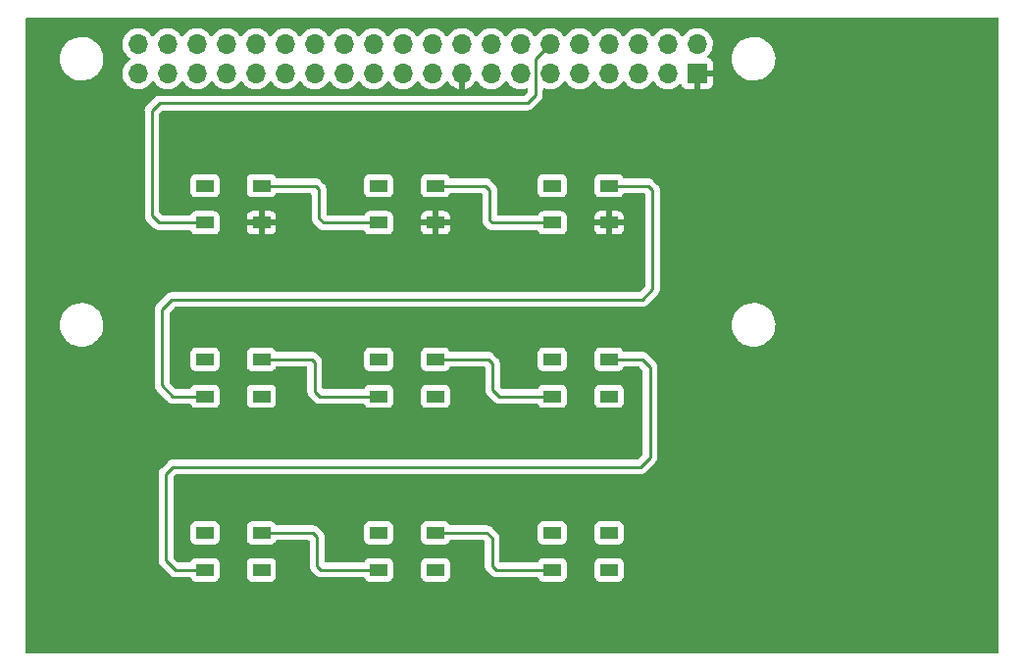
<source format=gbr>
%TF.GenerationSoftware,KiCad,Pcbnew,(6.0.5)*%
%TF.CreationDate,2022-12-28T23:50:48+05:30*%
%TF.ProjectId,rpi_hat,7270695f-6861-4742-9e6b-696361645f70,rev?*%
%TF.SameCoordinates,Original*%
%TF.FileFunction,Copper,L1,Top*%
%TF.FilePolarity,Positive*%
%FSLAX46Y46*%
G04 Gerber Fmt 4.6, Leading zero omitted, Abs format (unit mm)*
G04 Created by KiCad (PCBNEW (6.0.5)) date 2022-12-28 23:50:48*
%MOMM*%
%LPD*%
G01*
G04 APERTURE LIST*
%TA.AperFunction,ComponentPad*%
%ADD10O,1.700000X1.700000*%
%TD*%
%TA.AperFunction,ComponentPad*%
%ADD11R,1.700000X1.700000*%
%TD*%
%TA.AperFunction,SMDPad,CuDef*%
%ADD12R,1.500000X1.000000*%
%TD*%
%TA.AperFunction,ViaPad*%
%ADD13C,0.800000*%
%TD*%
%TA.AperFunction,Conductor*%
%ADD14C,0.250000*%
%TD*%
G04 APERTURE END LIST*
D10*
%TO.P,U1,40,GPIO21*%
%TO.N,unconnected-(U1-Pad40)*%
X110190000Y-52810000D03*
%TO.P,U1,39,GND*%
%TO.N,/GND*%
X110190000Y-55350000D03*
%TO.P,U1,38,GPIO20*%
%TO.N,unconnected-(U1-Pad38)*%
X112730000Y-52810000D03*
%TO.P,U1,37,GPIO26*%
%TO.N,unconnected-(U1-Pad37)*%
X112730000Y-55350000D03*
%TO.P,U1,36,GPIO16*%
%TO.N,unconnected-(U1-Pad36)*%
X115270000Y-52810000D03*
%TO.P,U1,35,GPIO19*%
%TO.N,unconnected-(U1-Pad35)*%
X115270000Y-55350000D03*
%TO.P,U1,34,GND*%
%TO.N,/GND*%
X117810000Y-52810000D03*
%TO.P,U1,33,GPIO13*%
%TO.N,unconnected-(U1-Pad33)*%
X117810000Y-55350000D03*
%TO.P,U1,32,GPIO12*%
%TO.N,unconnected-(U1-Pad32)*%
X120350000Y-52810000D03*
%TO.P,U1,31,GPIO6*%
%TO.N,unconnected-(U1-Pad31)*%
X120350000Y-55350000D03*
%TO.P,U1,30,GND*%
%TO.N,/GND*%
X122890000Y-52810000D03*
%TO.P,U1,29,GPIO5*%
%TO.N,unconnected-(U1-Pad29)*%
X122890000Y-55350000D03*
%TO.P,U1,28,ID_SC*%
%TO.N,unconnected-(U1-Pad28)*%
X125430000Y-52810000D03*
%TO.P,U1,27,ID_SD*%
%TO.N,unconnected-(U1-Pad27)*%
X125430000Y-55350000D03*
%TO.P,U1,26,GPIO7/~{SPI_CE1~{}*%
%TO.N,unconnected-(U1-Pad26)*%
X127970000Y-52810000D03*
%TO.P,U1,25,GND*%
%TO.N,/GND*%
X127970000Y-55350000D03*
%TO.P,U1,24,GPIO8/~{SPI_CE0~{}*%
%TO.N,unconnected-(U1-Pad24)*%
X130510000Y-52810000D03*
%TO.P,U1,23,GPIO11/SPI_SCLK*%
%TO.N,unconnected-(U1-Pad23)*%
X130510000Y-55350000D03*
%TO.P,U1,22,GPIO25/GPIO_GEN6*%
%TO.N,unconnected-(U1-Pad22)*%
X133050000Y-52810000D03*
%TO.P,U1,21,GPIO9/SPI_MISO*%
%TO.N,unconnected-(U1-Pad21)*%
X133050000Y-55350000D03*
%TO.P,U1,20,GND*%
%TO.N,/GND*%
X135590000Y-52810000D03*
%TO.P,U1,19,GPIO10/SPI_MOSI*%
%TO.N,unconnected-(U1-Pad19)*%
X135590000Y-55350000D03*
%TO.P,U1,18,GPIO24/GPIO_GEN5*%
%TO.N,unconnected-(U1-Pad18)*%
X138130000Y-52810000D03*
%TO.P,U1,17,3V3*%
%TO.N,/3v3*%
X138130000Y-55350000D03*
%TO.P,U1,16,GPIO23/GPIO_GEN4*%
%TO.N,unconnected-(U1-Pad16)*%
X140670000Y-52810000D03*
%TO.P,U1,15,GPIO22/GPIO_GEN3*%
%TO.N,unconnected-(U1-Pad15)*%
X140670000Y-55350000D03*
%TO.P,U1,14,GND*%
%TO.N,/GND*%
X143210000Y-52810000D03*
%TO.P,U1,13,GPIO27/GPIO_GEN2*%
%TO.N,unconnected-(U1-Pad13)*%
X143210000Y-55350000D03*
%TO.P,U1,12,GPIO18/GPIO_GEN1*%
%TO.N,/RGB*%
X145750000Y-52810000D03*
%TO.P,U1,11,GPIO17/GPIO_GEN0*%
%TO.N,unconnected-(U1-Pad11)*%
X145750000Y-55350000D03*
%TO.P,U1,10,RXD0/GPIO15*%
%TO.N,unconnected-(U1-Pad10)*%
X148290000Y-52810000D03*
%TO.P,U1,9,GND*%
%TO.N,/GND*%
X148290000Y-55350000D03*
%TO.P,U1,8,TXD0/GPIO14*%
%TO.N,unconnected-(U1-Pad8)*%
X150830000Y-52810000D03*
%TO.P,U1,7,GPIO4/GPIO_GCKL*%
%TO.N,unconnected-(U1-Pad7)*%
X150830000Y-55350000D03*
%TO.P,U1,6,GND*%
%TO.N,/GND*%
X153370000Y-52810000D03*
%TO.P,U1,5,GPIO3/SCL1*%
%TO.N,unconnected-(U1-Pad5)*%
X153370000Y-55350000D03*
%TO.P,U1,4,5V0*%
%TO.N,Net-(U1-Pad2)*%
X155910000Y-52810000D03*
%TO.P,U1,3,GPIO2/SDA1*%
%TO.N,unconnected-(U1-Pad3)*%
X155910000Y-55350000D03*
%TO.P,U1,2,5V0*%
%TO.N,Net-(U1-Pad2)*%
X158450000Y-52810000D03*
D11*
%TO.P,U1,1,3V3*%
%TO.N,/3v3*%
X158450000Y-55350000D03*
%TD*%
D12*
%TO.P,D9,1,VDD*%
%TO.N,Net-(D6-Pad1)*%
X150850000Y-98250000D03*
%TO.P,D9,2,DOUT*%
%TO.N,unconnected-(D9-Pad2)*%
X150850000Y-95050000D03*
%TO.P,D9,3,VSS*%
%TO.N,/GND*%
X145950000Y-95050000D03*
%TO.P,D9,4,DIN*%
%TO.N,Net-(D8-Pad2)*%
X145950000Y-98250000D03*
%TD*%
%TO.P,D4,1,VDD*%
%TO.N,Net-(D6-Pad1)*%
X120850000Y-83250000D03*
%TO.P,D4,2,DOUT*%
%TO.N,Net-(D5-Pad4)*%
X120850000Y-80050000D03*
%TO.P,D4,3,VSS*%
%TO.N,/GND*%
X115950000Y-80050000D03*
%TO.P,D4,4,DIN*%
%TO.N,Net-(D3-Pad2)*%
X115950000Y-83250000D03*
%TD*%
%TO.P,D3,1,VDD*%
%TO.N,/3v3*%
X150850000Y-68250000D03*
%TO.P,D3,2,DOUT*%
%TO.N,Net-(D3-Pad2)*%
X150850000Y-65050000D03*
%TO.P,D3,3,VSS*%
%TO.N,/GND*%
X145950000Y-65050000D03*
%TO.P,D3,4,DIN*%
%TO.N,Net-(D2-Pad2)*%
X145950000Y-68250000D03*
%TD*%
%TO.P,D2,1,VDD*%
%TO.N,/3v3*%
X135850000Y-68250000D03*
%TO.P,D2,2,DOUT*%
%TO.N,Net-(D2-Pad2)*%
X135850000Y-65050000D03*
%TO.P,D2,3,VSS*%
%TO.N,/GND*%
X130950000Y-65050000D03*
%TO.P,D2,4,DIN*%
%TO.N,Net-(D1-Pad2)*%
X130950000Y-68250000D03*
%TD*%
%TO.P,D8,1,VDD*%
%TO.N,Net-(D6-Pad1)*%
X135850000Y-98250000D03*
%TO.P,D8,2,DOUT*%
%TO.N,Net-(D8-Pad2)*%
X135850000Y-95050000D03*
%TO.P,D8,3,VSS*%
%TO.N,/GND*%
X130950000Y-95050000D03*
%TO.P,D8,4,DIN*%
%TO.N,Net-(D7-Pad2)*%
X130950000Y-98250000D03*
%TD*%
%TO.P,D5,4,DIN*%
%TO.N,Net-(D5-Pad4)*%
X130950000Y-83250000D03*
%TO.P,D5,3,VSS*%
%TO.N,/GND*%
X130950000Y-80050000D03*
%TO.P,D5,2,DOUT*%
%TO.N,Net-(D6-Pad4)*%
X135850000Y-80050000D03*
%TO.P,D5,1,VDD*%
%TO.N,Net-(D6-Pad1)*%
X135850000Y-83250000D03*
%TD*%
%TO.P,D7,1,VDD*%
%TO.N,Net-(D6-Pad1)*%
X120850000Y-98250000D03*
%TO.P,D7,2,DOUT*%
%TO.N,Net-(D7-Pad2)*%
X120850000Y-95050000D03*
%TO.P,D7,3,VSS*%
%TO.N,/GND*%
X115950000Y-95050000D03*
%TO.P,D7,4,DIN*%
%TO.N,Net-(D6-Pad2)*%
X115950000Y-98250000D03*
%TD*%
%TO.P,D6,1,VDD*%
%TO.N,Net-(D6-Pad1)*%
X150850000Y-83250000D03*
%TO.P,D6,2,DOUT*%
%TO.N,Net-(D6-Pad2)*%
X150850000Y-80050000D03*
%TO.P,D6,3,VSS*%
%TO.N,/GND*%
X145950000Y-80050000D03*
%TO.P,D6,4,DIN*%
%TO.N,Net-(D6-Pad4)*%
X145950000Y-83250000D03*
%TD*%
%TO.P,D1,1,VDD*%
%TO.N,/3v3*%
X120850000Y-68250000D03*
%TO.P,D1,2,DOUT*%
%TO.N,Net-(D1-Pad2)*%
X120850000Y-65050000D03*
%TO.P,D1,3,VSS*%
%TO.N,/GND*%
X115950000Y-65050000D03*
%TO.P,D1,4,DIN*%
%TO.N,/RGB*%
X115950000Y-68250000D03*
%TD*%
D13*
%TO.N,/GND*%
X115900000Y-80050000D03*
X130900000Y-80050000D03*
X115900000Y-95050000D03*
X130950000Y-95050000D03*
X145900000Y-95000000D03*
X145900000Y-80050000D03*
X145900000Y-65050000D03*
X130900000Y-65100000D03*
X115850000Y-65050000D03*
%TD*%
D14*
%TO.N,/RGB*%
X111400000Y-67650000D02*
X112000000Y-68250000D01*
X145750000Y-52810000D02*
X144500000Y-54060000D01*
X144500000Y-57200000D02*
X143800000Y-57900000D01*
X144500000Y-54060000D02*
X144500000Y-57200000D01*
X143800000Y-57900000D02*
X112050000Y-57900000D01*
X112050000Y-57900000D02*
X111400000Y-58550000D01*
X111400000Y-58550000D02*
X111400000Y-67650000D01*
X112000000Y-68250000D02*
X115950000Y-68250000D01*
%TO.N,Net-(D6-Pad2)*%
X113400000Y-98250000D02*
X115950000Y-98250000D01*
X112600000Y-89950000D02*
X112600000Y-97450000D01*
X112600000Y-97450000D02*
X113400000Y-98250000D01*
X154400000Y-80750000D02*
X154400000Y-88500000D01*
X153700000Y-80050000D02*
X154400000Y-80750000D01*
X113200000Y-89350000D02*
X112600000Y-89950000D01*
X150850000Y-80050000D02*
X153700000Y-80050000D01*
X154400000Y-88500000D02*
X153550000Y-89350000D01*
X153550000Y-89350000D02*
X113200000Y-89350000D01*
%TO.N,Net-(D3-Pad2)*%
X113200000Y-83250000D02*
X115950000Y-83250000D01*
X112250000Y-75750000D02*
X112250000Y-82300000D01*
X113100000Y-74900000D02*
X112250000Y-75750000D01*
X153700000Y-74900000D02*
X113100000Y-74900000D01*
X154600000Y-65450000D02*
X154600000Y-74000000D01*
X112250000Y-82300000D02*
X113200000Y-83250000D01*
X154200000Y-65050000D02*
X154600000Y-65450000D01*
X154600000Y-74000000D02*
X153700000Y-74900000D01*
X150850000Y-65050000D02*
X154200000Y-65050000D01*
%TO.N,Net-(D8-Pad2)*%
X141100000Y-98250000D02*
X145950000Y-98250000D01*
X140750000Y-95500000D02*
X140750000Y-97900000D01*
X140750000Y-97900000D02*
X141100000Y-98250000D01*
X140300000Y-95050000D02*
X140750000Y-95500000D01*
X135850000Y-95050000D02*
X140300000Y-95050000D01*
%TO.N,Net-(D7-Pad2)*%
X125650000Y-97950000D02*
X125950000Y-98250000D01*
X125650000Y-95400000D02*
X125650000Y-97950000D01*
X125950000Y-98250000D02*
X130950000Y-98250000D01*
X120850000Y-95050000D02*
X125300000Y-95050000D01*
X125300000Y-95050000D02*
X125650000Y-95400000D01*
%TO.N,Net-(D6-Pad4)*%
X141350000Y-83250000D02*
X145950000Y-83250000D01*
X140800000Y-82700000D02*
X141350000Y-83250000D01*
X140800000Y-80450000D02*
X140800000Y-82700000D01*
X135850000Y-80050000D02*
X140400000Y-80050000D01*
X140400000Y-80050000D02*
X140800000Y-80450000D01*
%TO.N,Net-(D5-Pad4)*%
X125450000Y-80300000D02*
X125450000Y-82850000D01*
X125850000Y-83250000D02*
X130950000Y-83250000D01*
X125200000Y-80050000D02*
X125450000Y-80300000D01*
X125450000Y-82850000D02*
X125850000Y-83250000D01*
X120850000Y-80050000D02*
X125200000Y-80050000D01*
%TO.N,Net-(D2-Pad2)*%
X140750000Y-68250000D02*
X145950000Y-68250000D01*
X140550000Y-65400000D02*
X140550000Y-68050000D01*
X140200000Y-65050000D02*
X140550000Y-65400000D01*
X135850000Y-65050000D02*
X140200000Y-65050000D01*
X140550000Y-68050000D02*
X140750000Y-68250000D01*
%TO.N,Net-(D1-Pad2)*%
X126200000Y-68250000D02*
X130950000Y-68250000D01*
X125800000Y-67850000D02*
X126200000Y-68250000D01*
X125500000Y-65050000D02*
X125800000Y-65350000D01*
X120850000Y-65050000D02*
X125500000Y-65050000D01*
X125800000Y-65350000D02*
X125800000Y-67850000D01*
%TD*%
%TA.AperFunction,Conductor*%
%TO.N,/3v3*%
G36*
X184433621Y-50528502D02*
G01*
X184480114Y-50582158D01*
X184491500Y-50634500D01*
X184491500Y-105365500D01*
X184471498Y-105433621D01*
X184417842Y-105480114D01*
X184365500Y-105491500D01*
X100634500Y-105491500D01*
X100566379Y-105471498D01*
X100519886Y-105417842D01*
X100508500Y-105365500D01*
X100508500Y-89929943D01*
X111961780Y-89929943D01*
X111962526Y-89937835D01*
X111965941Y-89973961D01*
X111966500Y-89985819D01*
X111966500Y-97371233D01*
X111965973Y-97382416D01*
X111964298Y-97389909D01*
X111964547Y-97397835D01*
X111964547Y-97397836D01*
X111966438Y-97457986D01*
X111966500Y-97461945D01*
X111966500Y-97489856D01*
X111966997Y-97493790D01*
X111966997Y-97493791D01*
X111967005Y-97493856D01*
X111967938Y-97505693D01*
X111969327Y-97549889D01*
X111974978Y-97569339D01*
X111978987Y-97588700D01*
X111981526Y-97608797D01*
X111984445Y-97616168D01*
X111984445Y-97616170D01*
X111997804Y-97649912D01*
X112001649Y-97661142D01*
X112013982Y-97703593D01*
X112018015Y-97710412D01*
X112018017Y-97710417D01*
X112024293Y-97721028D01*
X112032988Y-97738776D01*
X112040448Y-97757617D01*
X112045110Y-97764033D01*
X112045110Y-97764034D01*
X112066436Y-97793387D01*
X112072952Y-97803307D01*
X112090568Y-97833093D01*
X112095458Y-97841362D01*
X112109779Y-97855683D01*
X112122619Y-97870716D01*
X112134528Y-97887107D01*
X112140633Y-97892158D01*
X112140638Y-97892163D01*
X112168604Y-97915299D01*
X112177382Y-97923287D01*
X112896348Y-98642253D01*
X112903888Y-98650539D01*
X112908000Y-98657018D01*
X112913777Y-98662443D01*
X112957651Y-98703643D01*
X112960493Y-98706398D01*
X112980230Y-98726135D01*
X112983427Y-98728615D01*
X112992447Y-98736318D01*
X113024679Y-98766586D01*
X113031625Y-98770405D01*
X113031628Y-98770407D01*
X113042434Y-98776348D01*
X113058953Y-98787199D01*
X113074959Y-98799614D01*
X113082228Y-98802759D01*
X113082232Y-98802762D01*
X113115537Y-98817174D01*
X113126187Y-98822391D01*
X113164940Y-98843695D01*
X113172615Y-98845666D01*
X113172616Y-98845666D01*
X113184562Y-98848733D01*
X113203267Y-98855137D01*
X113221855Y-98863181D01*
X113229678Y-98864420D01*
X113229688Y-98864423D01*
X113265524Y-98870099D01*
X113277144Y-98872505D01*
X113312289Y-98881528D01*
X113319970Y-98883500D01*
X113340224Y-98883500D01*
X113359934Y-98885051D01*
X113379943Y-98888220D01*
X113387835Y-98887474D01*
X113423961Y-98884059D01*
X113435819Y-98883500D01*
X114619618Y-98883500D01*
X114687739Y-98903502D01*
X114734232Y-98957158D01*
X114737599Y-98965269D01*
X114746231Y-98988293D01*
X114749385Y-98996705D01*
X114836739Y-99113261D01*
X114953295Y-99200615D01*
X115089684Y-99251745D01*
X115151866Y-99258500D01*
X116748134Y-99258500D01*
X116810316Y-99251745D01*
X116946705Y-99200615D01*
X117063261Y-99113261D01*
X117150615Y-98996705D01*
X117201745Y-98860316D01*
X117208500Y-98798134D01*
X119591500Y-98798134D01*
X119598255Y-98860316D01*
X119649385Y-98996705D01*
X119736739Y-99113261D01*
X119853295Y-99200615D01*
X119989684Y-99251745D01*
X120051866Y-99258500D01*
X121648134Y-99258500D01*
X121710316Y-99251745D01*
X121846705Y-99200615D01*
X121963261Y-99113261D01*
X122050615Y-98996705D01*
X122101745Y-98860316D01*
X122108500Y-98798134D01*
X122108500Y-97701866D01*
X122101745Y-97639684D01*
X122050615Y-97503295D01*
X121963261Y-97386739D01*
X121846705Y-97299385D01*
X121710316Y-97248255D01*
X121648134Y-97241500D01*
X120051866Y-97241500D01*
X119989684Y-97248255D01*
X119853295Y-97299385D01*
X119736739Y-97386739D01*
X119649385Y-97503295D01*
X119598255Y-97639684D01*
X119591500Y-97701866D01*
X119591500Y-98798134D01*
X117208500Y-98798134D01*
X117208500Y-97701866D01*
X117201745Y-97639684D01*
X117150615Y-97503295D01*
X117063261Y-97386739D01*
X116946705Y-97299385D01*
X116810316Y-97248255D01*
X116748134Y-97241500D01*
X115151866Y-97241500D01*
X115089684Y-97248255D01*
X114953295Y-97299385D01*
X114836739Y-97386739D01*
X114749385Y-97503295D01*
X114746233Y-97511703D01*
X114746231Y-97511707D01*
X114737599Y-97534731D01*
X114694957Y-97591495D01*
X114628395Y-97616194D01*
X114619618Y-97616500D01*
X113714595Y-97616500D01*
X113646474Y-97596498D01*
X113625499Y-97579595D01*
X113270404Y-97224499D01*
X113236379Y-97162187D01*
X113233500Y-97135404D01*
X113233500Y-95598134D01*
X114691500Y-95598134D01*
X114698255Y-95660316D01*
X114749385Y-95796705D01*
X114836739Y-95913261D01*
X114953295Y-96000615D01*
X115089684Y-96051745D01*
X115151866Y-96058500D01*
X116748134Y-96058500D01*
X116810316Y-96051745D01*
X116946705Y-96000615D01*
X117063261Y-95913261D01*
X117150615Y-95796705D01*
X117201745Y-95660316D01*
X117208500Y-95598134D01*
X119591500Y-95598134D01*
X119598255Y-95660316D01*
X119649385Y-95796705D01*
X119736739Y-95913261D01*
X119853295Y-96000615D01*
X119989684Y-96051745D01*
X120051866Y-96058500D01*
X121648134Y-96058500D01*
X121710316Y-96051745D01*
X121846705Y-96000615D01*
X121963261Y-95913261D01*
X122050615Y-95796705D01*
X122053944Y-95787825D01*
X122062401Y-95765269D01*
X122105043Y-95708505D01*
X122171605Y-95683806D01*
X122180382Y-95683500D01*
X124890500Y-95683500D01*
X124958621Y-95703502D01*
X125005114Y-95757158D01*
X125016500Y-95809500D01*
X125016500Y-97871233D01*
X125015973Y-97882416D01*
X125014298Y-97889909D01*
X125014547Y-97897835D01*
X125014547Y-97897836D01*
X125016438Y-97957986D01*
X125016500Y-97961945D01*
X125016500Y-97989856D01*
X125016997Y-97993790D01*
X125016997Y-97993791D01*
X125017005Y-97993856D01*
X125017938Y-98005693D01*
X125019327Y-98049889D01*
X125024057Y-98066170D01*
X125024978Y-98069339D01*
X125028987Y-98088700D01*
X125030404Y-98099912D01*
X125031526Y-98108797D01*
X125034445Y-98116168D01*
X125034445Y-98116170D01*
X125047804Y-98149912D01*
X125051649Y-98161142D01*
X125061771Y-98195983D01*
X125063982Y-98203593D01*
X125068015Y-98210412D01*
X125068017Y-98210417D01*
X125074293Y-98221028D01*
X125082988Y-98238776D01*
X125090448Y-98257617D01*
X125095110Y-98264033D01*
X125095110Y-98264034D01*
X125116436Y-98293387D01*
X125122952Y-98303307D01*
X125145458Y-98341362D01*
X125151064Y-98346969D01*
X125159780Y-98355685D01*
X125172620Y-98370718D01*
X125184528Y-98387107D01*
X125190635Y-98392159D01*
X125218593Y-98415288D01*
X125227374Y-98423278D01*
X125446353Y-98642258D01*
X125453887Y-98650537D01*
X125458000Y-98657018D01*
X125507651Y-98703643D01*
X125507652Y-98703644D01*
X125510493Y-98706398D01*
X125530230Y-98726135D01*
X125533427Y-98728615D01*
X125542447Y-98736318D01*
X125574679Y-98766586D01*
X125581625Y-98770405D01*
X125581628Y-98770407D01*
X125592434Y-98776348D01*
X125608953Y-98787199D01*
X125624959Y-98799614D01*
X125632228Y-98802759D01*
X125632232Y-98802762D01*
X125665537Y-98817174D01*
X125676187Y-98822391D01*
X125714940Y-98843695D01*
X125722615Y-98845666D01*
X125722616Y-98845666D01*
X125734562Y-98848733D01*
X125753267Y-98855137D01*
X125771855Y-98863181D01*
X125779678Y-98864420D01*
X125779688Y-98864423D01*
X125815524Y-98870099D01*
X125827144Y-98872505D01*
X125862289Y-98881528D01*
X125869970Y-98883500D01*
X125890224Y-98883500D01*
X125909934Y-98885051D01*
X125929943Y-98888220D01*
X125937835Y-98887474D01*
X125973961Y-98884059D01*
X125985819Y-98883500D01*
X129619618Y-98883500D01*
X129687739Y-98903502D01*
X129734232Y-98957158D01*
X129737599Y-98965269D01*
X129746231Y-98988293D01*
X129749385Y-98996705D01*
X129836739Y-99113261D01*
X129953295Y-99200615D01*
X130089684Y-99251745D01*
X130151866Y-99258500D01*
X131748134Y-99258500D01*
X131810316Y-99251745D01*
X131946705Y-99200615D01*
X132063261Y-99113261D01*
X132150615Y-98996705D01*
X132201745Y-98860316D01*
X132208500Y-98798134D01*
X134591500Y-98798134D01*
X134598255Y-98860316D01*
X134649385Y-98996705D01*
X134736739Y-99113261D01*
X134853295Y-99200615D01*
X134989684Y-99251745D01*
X135051866Y-99258500D01*
X136648134Y-99258500D01*
X136710316Y-99251745D01*
X136846705Y-99200615D01*
X136963261Y-99113261D01*
X137050615Y-98996705D01*
X137101745Y-98860316D01*
X137108500Y-98798134D01*
X137108500Y-97701866D01*
X137101745Y-97639684D01*
X137050615Y-97503295D01*
X136963261Y-97386739D01*
X136846705Y-97299385D01*
X136710316Y-97248255D01*
X136648134Y-97241500D01*
X135051866Y-97241500D01*
X134989684Y-97248255D01*
X134853295Y-97299385D01*
X134736739Y-97386739D01*
X134649385Y-97503295D01*
X134598255Y-97639684D01*
X134591500Y-97701866D01*
X134591500Y-98798134D01*
X132208500Y-98798134D01*
X132208500Y-97701866D01*
X132201745Y-97639684D01*
X132150615Y-97503295D01*
X132063261Y-97386739D01*
X131946705Y-97299385D01*
X131810316Y-97248255D01*
X131748134Y-97241500D01*
X130151866Y-97241500D01*
X130089684Y-97248255D01*
X129953295Y-97299385D01*
X129836739Y-97386739D01*
X129749385Y-97503295D01*
X129746233Y-97511703D01*
X129746231Y-97511707D01*
X129737599Y-97534731D01*
X129694957Y-97591495D01*
X129628395Y-97616194D01*
X129619618Y-97616500D01*
X126409500Y-97616500D01*
X126341379Y-97596498D01*
X126294886Y-97542842D01*
X126283500Y-97490500D01*
X126283500Y-95598134D01*
X129691500Y-95598134D01*
X129698255Y-95660316D01*
X129749385Y-95796705D01*
X129836739Y-95913261D01*
X129953295Y-96000615D01*
X130089684Y-96051745D01*
X130151866Y-96058500D01*
X131748134Y-96058500D01*
X131810316Y-96051745D01*
X131946705Y-96000615D01*
X132063261Y-95913261D01*
X132150615Y-95796705D01*
X132201745Y-95660316D01*
X132208500Y-95598134D01*
X134591500Y-95598134D01*
X134598255Y-95660316D01*
X134649385Y-95796705D01*
X134736739Y-95913261D01*
X134853295Y-96000615D01*
X134989684Y-96051745D01*
X135051866Y-96058500D01*
X136648134Y-96058500D01*
X136710316Y-96051745D01*
X136846705Y-96000615D01*
X136963261Y-95913261D01*
X137050615Y-95796705D01*
X137053944Y-95787825D01*
X137062401Y-95765269D01*
X137105043Y-95708505D01*
X137171605Y-95683806D01*
X137180382Y-95683500D01*
X139985405Y-95683500D01*
X140053526Y-95703502D01*
X140074509Y-95720413D01*
X140079604Y-95725509D01*
X140113623Y-95787825D01*
X140116500Y-95814596D01*
X140116500Y-97821233D01*
X140115973Y-97832416D01*
X140114298Y-97839909D01*
X140114547Y-97847835D01*
X140114547Y-97847836D01*
X140116438Y-97907986D01*
X140116500Y-97911945D01*
X140116500Y-97939856D01*
X140116997Y-97943790D01*
X140116997Y-97943791D01*
X140117005Y-97943856D01*
X140117938Y-97955693D01*
X140119327Y-97999889D01*
X140124978Y-98019339D01*
X140128987Y-98038700D01*
X140130401Y-98049889D01*
X140131526Y-98058797D01*
X140134445Y-98066168D01*
X140134445Y-98066170D01*
X140147804Y-98099912D01*
X140151649Y-98111142D01*
X140163982Y-98153593D01*
X140168015Y-98160412D01*
X140168017Y-98160417D01*
X140174293Y-98171028D01*
X140182988Y-98188776D01*
X140190448Y-98207617D01*
X140195110Y-98214033D01*
X140195110Y-98214034D01*
X140216436Y-98243387D01*
X140222952Y-98253307D01*
X140245458Y-98291362D01*
X140251064Y-98296969D01*
X140259780Y-98305685D01*
X140272620Y-98320718D01*
X140284528Y-98337107D01*
X140290635Y-98342159D01*
X140318593Y-98365288D01*
X140327374Y-98373278D01*
X140596353Y-98642258D01*
X140603887Y-98650537D01*
X140608000Y-98657018D01*
X140657651Y-98703643D01*
X140657652Y-98703644D01*
X140660493Y-98706398D01*
X140680230Y-98726135D01*
X140683427Y-98728615D01*
X140692447Y-98736318D01*
X140724679Y-98766586D01*
X140731625Y-98770405D01*
X140731628Y-98770407D01*
X140742434Y-98776348D01*
X140758953Y-98787199D01*
X140774959Y-98799614D01*
X140782228Y-98802759D01*
X140782232Y-98802762D01*
X140815537Y-98817174D01*
X140826187Y-98822391D01*
X140864940Y-98843695D01*
X140872615Y-98845666D01*
X140872616Y-98845666D01*
X140884562Y-98848733D01*
X140903267Y-98855137D01*
X140921855Y-98863181D01*
X140929678Y-98864420D01*
X140929688Y-98864423D01*
X140965524Y-98870099D01*
X140977144Y-98872505D01*
X141012289Y-98881528D01*
X141019970Y-98883500D01*
X141040224Y-98883500D01*
X141059934Y-98885051D01*
X141079943Y-98888220D01*
X141087835Y-98887474D01*
X141123961Y-98884059D01*
X141135819Y-98883500D01*
X144619618Y-98883500D01*
X144687739Y-98903502D01*
X144734232Y-98957158D01*
X144737599Y-98965269D01*
X144746231Y-98988293D01*
X144749385Y-98996705D01*
X144836739Y-99113261D01*
X144953295Y-99200615D01*
X145089684Y-99251745D01*
X145151866Y-99258500D01*
X146748134Y-99258500D01*
X146810316Y-99251745D01*
X146946705Y-99200615D01*
X147063261Y-99113261D01*
X147150615Y-98996705D01*
X147201745Y-98860316D01*
X147208500Y-98798134D01*
X149591500Y-98798134D01*
X149598255Y-98860316D01*
X149649385Y-98996705D01*
X149736739Y-99113261D01*
X149853295Y-99200615D01*
X149989684Y-99251745D01*
X150051866Y-99258500D01*
X151648134Y-99258500D01*
X151710316Y-99251745D01*
X151846705Y-99200615D01*
X151963261Y-99113261D01*
X152050615Y-98996705D01*
X152101745Y-98860316D01*
X152108500Y-98798134D01*
X152108500Y-97701866D01*
X152101745Y-97639684D01*
X152050615Y-97503295D01*
X151963261Y-97386739D01*
X151846705Y-97299385D01*
X151710316Y-97248255D01*
X151648134Y-97241500D01*
X150051866Y-97241500D01*
X149989684Y-97248255D01*
X149853295Y-97299385D01*
X149736739Y-97386739D01*
X149649385Y-97503295D01*
X149598255Y-97639684D01*
X149591500Y-97701866D01*
X149591500Y-98798134D01*
X147208500Y-98798134D01*
X147208500Y-97701866D01*
X147201745Y-97639684D01*
X147150615Y-97503295D01*
X147063261Y-97386739D01*
X146946705Y-97299385D01*
X146810316Y-97248255D01*
X146748134Y-97241500D01*
X145151866Y-97241500D01*
X145089684Y-97248255D01*
X144953295Y-97299385D01*
X144836739Y-97386739D01*
X144749385Y-97503295D01*
X144746233Y-97511703D01*
X144746231Y-97511707D01*
X144737599Y-97534731D01*
X144694957Y-97591495D01*
X144628395Y-97616194D01*
X144619618Y-97616500D01*
X141509500Y-97616500D01*
X141441379Y-97596498D01*
X141394886Y-97542842D01*
X141383500Y-97490500D01*
X141383500Y-95598134D01*
X144691500Y-95598134D01*
X144698255Y-95660316D01*
X144749385Y-95796705D01*
X144836739Y-95913261D01*
X144953295Y-96000615D01*
X145089684Y-96051745D01*
X145151866Y-96058500D01*
X146748134Y-96058500D01*
X146810316Y-96051745D01*
X146946705Y-96000615D01*
X147063261Y-95913261D01*
X147150615Y-95796705D01*
X147201745Y-95660316D01*
X147208500Y-95598134D01*
X149591500Y-95598134D01*
X149598255Y-95660316D01*
X149649385Y-95796705D01*
X149736739Y-95913261D01*
X149853295Y-96000615D01*
X149989684Y-96051745D01*
X150051866Y-96058500D01*
X151648134Y-96058500D01*
X151710316Y-96051745D01*
X151846705Y-96000615D01*
X151963261Y-95913261D01*
X152050615Y-95796705D01*
X152101745Y-95660316D01*
X152108500Y-95598134D01*
X152108500Y-94501866D01*
X152101745Y-94439684D01*
X152050615Y-94303295D01*
X151963261Y-94186739D01*
X151846705Y-94099385D01*
X151710316Y-94048255D01*
X151648134Y-94041500D01*
X150051866Y-94041500D01*
X149989684Y-94048255D01*
X149853295Y-94099385D01*
X149736739Y-94186739D01*
X149649385Y-94303295D01*
X149598255Y-94439684D01*
X149591500Y-94501866D01*
X149591500Y-95598134D01*
X147208500Y-95598134D01*
X147208500Y-94501866D01*
X147201745Y-94439684D01*
X147150615Y-94303295D01*
X147063261Y-94186739D01*
X146946705Y-94099385D01*
X146810316Y-94048255D01*
X146748134Y-94041500D01*
X145151866Y-94041500D01*
X145089684Y-94048255D01*
X144953295Y-94099385D01*
X144836739Y-94186739D01*
X144749385Y-94303295D01*
X144698255Y-94439684D01*
X144691500Y-94501866D01*
X144691500Y-95598134D01*
X141383500Y-95598134D01*
X141383500Y-95578767D01*
X141384027Y-95567584D01*
X141385702Y-95560091D01*
X141383562Y-95492014D01*
X141383500Y-95488055D01*
X141383500Y-95460144D01*
X141382995Y-95456144D01*
X141382062Y-95444301D01*
X141380922Y-95408029D01*
X141380673Y-95400110D01*
X141375022Y-95380658D01*
X141371014Y-95361306D01*
X141369467Y-95349063D01*
X141368474Y-95341203D01*
X141365556Y-95333832D01*
X141352200Y-95300097D01*
X141348355Y-95288870D01*
X141340343Y-95261295D01*
X141336018Y-95246407D01*
X141328581Y-95233831D01*
X141325707Y-95228972D01*
X141317012Y-95211224D01*
X141309552Y-95192383D01*
X141283564Y-95156613D01*
X141277048Y-95146693D01*
X141258580Y-95115465D01*
X141258578Y-95115462D01*
X141254542Y-95108638D01*
X141240221Y-95094317D01*
X141227380Y-95079283D01*
X141220132Y-95069307D01*
X141215472Y-95062893D01*
X141181407Y-95034712D01*
X141172626Y-95026722D01*
X140803646Y-94657741D01*
X140796113Y-94649463D01*
X140792000Y-94642982D01*
X140742347Y-94596356D01*
X140739519Y-94593615D01*
X140722571Y-94576666D01*
X140719770Y-94573865D01*
X140716573Y-94571385D01*
X140707551Y-94563680D01*
X140681100Y-94538841D01*
X140675321Y-94533414D01*
X140668375Y-94529595D01*
X140668372Y-94529593D01*
X140657566Y-94523652D01*
X140641047Y-94512801D01*
X140631354Y-94505283D01*
X140625041Y-94500386D01*
X140617772Y-94497241D01*
X140617768Y-94497238D01*
X140584463Y-94482826D01*
X140573813Y-94477609D01*
X140535060Y-94456305D01*
X140515437Y-94451267D01*
X140496734Y-94444863D01*
X140485420Y-94439967D01*
X140485419Y-94439967D01*
X140478145Y-94436819D01*
X140470322Y-94435580D01*
X140470312Y-94435577D01*
X140434476Y-94429901D01*
X140422856Y-94427495D01*
X140387711Y-94418472D01*
X140387710Y-94418472D01*
X140380030Y-94416500D01*
X140359776Y-94416500D01*
X140340065Y-94414949D01*
X140327886Y-94413020D01*
X140320057Y-94411780D01*
X140312165Y-94412526D01*
X140276039Y-94415941D01*
X140264181Y-94416500D01*
X137180382Y-94416500D01*
X137112261Y-94396498D01*
X137065768Y-94342842D01*
X137062401Y-94334731D01*
X137053769Y-94311707D01*
X137053767Y-94311703D01*
X137050615Y-94303295D01*
X136963261Y-94186739D01*
X136846705Y-94099385D01*
X136710316Y-94048255D01*
X136648134Y-94041500D01*
X135051866Y-94041500D01*
X134989684Y-94048255D01*
X134853295Y-94099385D01*
X134736739Y-94186739D01*
X134649385Y-94303295D01*
X134598255Y-94439684D01*
X134591500Y-94501866D01*
X134591500Y-95598134D01*
X132208500Y-95598134D01*
X132208500Y-94501866D01*
X132201745Y-94439684D01*
X132150615Y-94303295D01*
X132063261Y-94186739D01*
X131946705Y-94099385D01*
X131810316Y-94048255D01*
X131748134Y-94041500D01*
X130151866Y-94041500D01*
X130089684Y-94048255D01*
X129953295Y-94099385D01*
X129836739Y-94186739D01*
X129749385Y-94303295D01*
X129698255Y-94439684D01*
X129691500Y-94501866D01*
X129691500Y-95598134D01*
X126283500Y-95598134D01*
X126283500Y-95478768D01*
X126284027Y-95467585D01*
X126285702Y-95460092D01*
X126283562Y-95392001D01*
X126283500Y-95388044D01*
X126283500Y-95360144D01*
X126282996Y-95356153D01*
X126282063Y-95344311D01*
X126281966Y-95341203D01*
X126280674Y-95300111D01*
X126278462Y-95292497D01*
X126278461Y-95292492D01*
X126275023Y-95280659D01*
X126271012Y-95261295D01*
X126269467Y-95249064D01*
X126268474Y-95241203D01*
X126265557Y-95233836D01*
X126265556Y-95233831D01*
X126252198Y-95200092D01*
X126248354Y-95188865D01*
X126238230Y-95154022D01*
X126236018Y-95146407D01*
X126225707Y-95128972D01*
X126217012Y-95111224D01*
X126209552Y-95092383D01*
X126200035Y-95079283D01*
X126183564Y-95056613D01*
X126177048Y-95046693D01*
X126158578Y-95015463D01*
X126154542Y-95008638D01*
X126148936Y-95003031D01*
X126140220Y-94994315D01*
X126127379Y-94979281D01*
X126120131Y-94969305D01*
X126120130Y-94969304D01*
X126115472Y-94962893D01*
X126081407Y-94934712D01*
X126072626Y-94926722D01*
X125803647Y-94657742D01*
X125796113Y-94649463D01*
X125792000Y-94642982D01*
X125742347Y-94596355D01*
X125739506Y-94593601D01*
X125719770Y-94573865D01*
X125716573Y-94571385D01*
X125707551Y-94563680D01*
X125681100Y-94538841D01*
X125675321Y-94533414D01*
X125668375Y-94529595D01*
X125668372Y-94529593D01*
X125657566Y-94523652D01*
X125641047Y-94512801D01*
X125631354Y-94505283D01*
X125625041Y-94500386D01*
X125617772Y-94497241D01*
X125617768Y-94497238D01*
X125584463Y-94482826D01*
X125573813Y-94477609D01*
X125535060Y-94456305D01*
X125515437Y-94451267D01*
X125496734Y-94444863D01*
X125485420Y-94439967D01*
X125485419Y-94439967D01*
X125478145Y-94436819D01*
X125470322Y-94435580D01*
X125470312Y-94435577D01*
X125434476Y-94429901D01*
X125422856Y-94427495D01*
X125387711Y-94418472D01*
X125387710Y-94418472D01*
X125380030Y-94416500D01*
X125359776Y-94416500D01*
X125340065Y-94414949D01*
X125327886Y-94413020D01*
X125320057Y-94411780D01*
X125312165Y-94412526D01*
X125276039Y-94415941D01*
X125264181Y-94416500D01*
X122180382Y-94416500D01*
X122112261Y-94396498D01*
X122065768Y-94342842D01*
X122062401Y-94334731D01*
X122053769Y-94311707D01*
X122053767Y-94311703D01*
X122050615Y-94303295D01*
X121963261Y-94186739D01*
X121846705Y-94099385D01*
X121710316Y-94048255D01*
X121648134Y-94041500D01*
X120051866Y-94041500D01*
X119989684Y-94048255D01*
X119853295Y-94099385D01*
X119736739Y-94186739D01*
X119649385Y-94303295D01*
X119598255Y-94439684D01*
X119591500Y-94501866D01*
X119591500Y-95598134D01*
X117208500Y-95598134D01*
X117208500Y-94501866D01*
X117201745Y-94439684D01*
X117150615Y-94303295D01*
X117063261Y-94186739D01*
X116946705Y-94099385D01*
X116810316Y-94048255D01*
X116748134Y-94041500D01*
X115151866Y-94041500D01*
X115089684Y-94048255D01*
X114953295Y-94099385D01*
X114836739Y-94186739D01*
X114749385Y-94303295D01*
X114698255Y-94439684D01*
X114691500Y-94501866D01*
X114691500Y-95598134D01*
X113233500Y-95598134D01*
X113233500Y-90264594D01*
X113253502Y-90196473D01*
X113270405Y-90175499D01*
X113425499Y-90020405D01*
X113487811Y-89986379D01*
X113514594Y-89983500D01*
X153471233Y-89983500D01*
X153482416Y-89984027D01*
X153489909Y-89985702D01*
X153497835Y-89985453D01*
X153497836Y-89985453D01*
X153557986Y-89983562D01*
X153561945Y-89983500D01*
X153589856Y-89983500D01*
X153593791Y-89983003D01*
X153593856Y-89982995D01*
X153605693Y-89982062D01*
X153637951Y-89981048D01*
X153641970Y-89980922D01*
X153649889Y-89980673D01*
X153669343Y-89975021D01*
X153688700Y-89971013D01*
X153700930Y-89969468D01*
X153700931Y-89969468D01*
X153708797Y-89968474D01*
X153716168Y-89965555D01*
X153716170Y-89965555D01*
X153749912Y-89952196D01*
X153761142Y-89948351D01*
X153795983Y-89938229D01*
X153795984Y-89938229D01*
X153803593Y-89936018D01*
X153810412Y-89931985D01*
X153810417Y-89931983D01*
X153821028Y-89925707D01*
X153838776Y-89917012D01*
X153857617Y-89909552D01*
X153893387Y-89883564D01*
X153903307Y-89877048D01*
X153934535Y-89858580D01*
X153934538Y-89858578D01*
X153941362Y-89854542D01*
X153955683Y-89840221D01*
X153970717Y-89827380D01*
X153980694Y-89820131D01*
X153987107Y-89815472D01*
X154015298Y-89781395D01*
X154023288Y-89772616D01*
X154792247Y-89003657D01*
X154800537Y-88996113D01*
X154807018Y-88992000D01*
X154853659Y-88942332D01*
X154856413Y-88939491D01*
X154876135Y-88919769D01*
X154878612Y-88916576D01*
X154886317Y-88907555D01*
X154916586Y-88875321D01*
X154920407Y-88868371D01*
X154926346Y-88857568D01*
X154937202Y-88841041D01*
X154944757Y-88831302D01*
X154944758Y-88831300D01*
X154949614Y-88825040D01*
X154967174Y-88784460D01*
X154972391Y-88773812D01*
X154989875Y-88742009D01*
X154989876Y-88742007D01*
X154993695Y-88735060D01*
X154998733Y-88715437D01*
X155005137Y-88696734D01*
X155010033Y-88685420D01*
X155010033Y-88685419D01*
X155013181Y-88678145D01*
X155014420Y-88670322D01*
X155014423Y-88670312D01*
X155020099Y-88634476D01*
X155022505Y-88622856D01*
X155031528Y-88587711D01*
X155031528Y-88587710D01*
X155033500Y-88580030D01*
X155033500Y-88559776D01*
X155035051Y-88540065D01*
X155036980Y-88527886D01*
X155038220Y-88520057D01*
X155034059Y-88476038D01*
X155033500Y-88464181D01*
X155033500Y-80828763D01*
X155034027Y-80817579D01*
X155035701Y-80810091D01*
X155033562Y-80742032D01*
X155033500Y-80738075D01*
X155033500Y-80710144D01*
X155032994Y-80706138D01*
X155032061Y-80694292D01*
X155030922Y-80658037D01*
X155030673Y-80650110D01*
X155025022Y-80630658D01*
X155021014Y-80611306D01*
X155019468Y-80599068D01*
X155019467Y-80599066D01*
X155018474Y-80591203D01*
X155002194Y-80550086D01*
X154998359Y-80538885D01*
X154986018Y-80496406D01*
X154981985Y-80489587D01*
X154981983Y-80489582D01*
X154975707Y-80478971D01*
X154967010Y-80461221D01*
X154959552Y-80442383D01*
X154933571Y-80406623D01*
X154927053Y-80396701D01*
X154908578Y-80365460D01*
X154908574Y-80365455D01*
X154904542Y-80358637D01*
X154890218Y-80344313D01*
X154877376Y-80329278D01*
X154865472Y-80312893D01*
X154831406Y-80284711D01*
X154822627Y-80276722D01*
X154203652Y-79657747D01*
X154196112Y-79649461D01*
X154192000Y-79642982D01*
X154142348Y-79596356D01*
X154139507Y-79593602D01*
X154119770Y-79573865D01*
X154116573Y-79571385D01*
X154107551Y-79563680D01*
X154081100Y-79538841D01*
X154075321Y-79533414D01*
X154068375Y-79529595D01*
X154068372Y-79529593D01*
X154057566Y-79523652D01*
X154041047Y-79512801D01*
X154031354Y-79505283D01*
X154025041Y-79500386D01*
X154017772Y-79497241D01*
X154017768Y-79497238D01*
X153984463Y-79482826D01*
X153973813Y-79477609D01*
X153935060Y-79456305D01*
X153915437Y-79451267D01*
X153896734Y-79444863D01*
X153885420Y-79439967D01*
X153885419Y-79439967D01*
X153878145Y-79436819D01*
X153870322Y-79435580D01*
X153870312Y-79435577D01*
X153834476Y-79429901D01*
X153822856Y-79427495D01*
X153787711Y-79418472D01*
X153787710Y-79418472D01*
X153780030Y-79416500D01*
X153759776Y-79416500D01*
X153740065Y-79414949D01*
X153727886Y-79413020D01*
X153720057Y-79411780D01*
X153712165Y-79412526D01*
X153676039Y-79415941D01*
X153664181Y-79416500D01*
X152180382Y-79416500D01*
X152112261Y-79396498D01*
X152065768Y-79342842D01*
X152062401Y-79334731D01*
X152053769Y-79311707D01*
X152053767Y-79311703D01*
X152050615Y-79303295D01*
X151963261Y-79186739D01*
X151846705Y-79099385D01*
X151710316Y-79048255D01*
X151648134Y-79041500D01*
X150051866Y-79041500D01*
X149989684Y-79048255D01*
X149853295Y-79099385D01*
X149736739Y-79186739D01*
X149649385Y-79303295D01*
X149598255Y-79439684D01*
X149591500Y-79501866D01*
X149591500Y-80598134D01*
X149598255Y-80660316D01*
X149649385Y-80796705D01*
X149736739Y-80913261D01*
X149853295Y-81000615D01*
X149989684Y-81051745D01*
X150051866Y-81058500D01*
X151648134Y-81058500D01*
X151710316Y-81051745D01*
X151846705Y-81000615D01*
X151963261Y-80913261D01*
X152050615Y-80796705D01*
X152053769Y-80788293D01*
X152062401Y-80765269D01*
X152105043Y-80708505D01*
X152171605Y-80683806D01*
X152180382Y-80683500D01*
X153385406Y-80683500D01*
X153453527Y-80703502D01*
X153474501Y-80720405D01*
X153729595Y-80975499D01*
X153763621Y-81037811D01*
X153766500Y-81064594D01*
X153766500Y-88185405D01*
X153746498Y-88253526D01*
X153729595Y-88274501D01*
X153324499Y-88679596D01*
X153262187Y-88713621D01*
X153235404Y-88716500D01*
X113278767Y-88716500D01*
X113267584Y-88715973D01*
X113260091Y-88714298D01*
X113252165Y-88714547D01*
X113252164Y-88714547D01*
X113192014Y-88716438D01*
X113188055Y-88716500D01*
X113160144Y-88716500D01*
X113156210Y-88716997D01*
X113156209Y-88716997D01*
X113156144Y-88717005D01*
X113144307Y-88717938D01*
X113112490Y-88718938D01*
X113108029Y-88719078D01*
X113100110Y-88719327D01*
X113082454Y-88724456D01*
X113080658Y-88724978D01*
X113061306Y-88728986D01*
X113054235Y-88729880D01*
X113041203Y-88731526D01*
X113033834Y-88734443D01*
X113033832Y-88734444D01*
X113000097Y-88747800D01*
X112988869Y-88751645D01*
X112946407Y-88763982D01*
X112939584Y-88768017D01*
X112939582Y-88768018D01*
X112928972Y-88774293D01*
X112911224Y-88782988D01*
X112892383Y-88790448D01*
X112885967Y-88795110D01*
X112885966Y-88795110D01*
X112856613Y-88816436D01*
X112846693Y-88822952D01*
X112815465Y-88841420D01*
X112815462Y-88841422D01*
X112808638Y-88845458D01*
X112794317Y-88859779D01*
X112779284Y-88872619D01*
X112762893Y-88884528D01*
X112736516Y-88916413D01*
X112734712Y-88918593D01*
X112726722Y-88927374D01*
X112207742Y-89446353D01*
X112199463Y-89453887D01*
X112192982Y-89458000D01*
X112146357Y-89507651D01*
X112143602Y-89510493D01*
X112123865Y-89530230D01*
X112121385Y-89533427D01*
X112113682Y-89542447D01*
X112083414Y-89574679D01*
X112079595Y-89581625D01*
X112079593Y-89581628D01*
X112073652Y-89592434D01*
X112062801Y-89608953D01*
X112050386Y-89624959D01*
X112047241Y-89632228D01*
X112047238Y-89632232D01*
X112032826Y-89665537D01*
X112027609Y-89676187D01*
X112006305Y-89714940D01*
X112004334Y-89722615D01*
X112004334Y-89722616D01*
X112001267Y-89734562D01*
X111994863Y-89753266D01*
X111986819Y-89771855D01*
X111985580Y-89779678D01*
X111985577Y-89779688D01*
X111979901Y-89815524D01*
X111977495Y-89827144D01*
X111970461Y-89854542D01*
X111966500Y-89869970D01*
X111966500Y-89890224D01*
X111964949Y-89909934D01*
X111961780Y-89929943D01*
X100508500Y-89929943D01*
X100508500Y-77122846D01*
X103431948Y-77122846D01*
X103457909Y-77394949D01*
X103522878Y-77660455D01*
X103524590Y-77664681D01*
X103524591Y-77664685D01*
X103594011Y-77836074D01*
X103625493Y-77913801D01*
X103763606Y-78149680D01*
X103934323Y-78363151D01*
X104134068Y-78549742D01*
X104358656Y-78705544D01*
X104485501Y-78768648D01*
X104599296Y-78825261D01*
X104599299Y-78825262D01*
X104603383Y-78827294D01*
X104863121Y-78912440D01*
X104867612Y-78913220D01*
X104867613Y-78913220D01*
X105128650Y-78958544D01*
X105128658Y-78958545D01*
X105132431Y-78959200D01*
X105136268Y-78959391D01*
X105217233Y-78963422D01*
X105217241Y-78963422D01*
X105218804Y-78963500D01*
X105389434Y-78963500D01*
X105391702Y-78963335D01*
X105391714Y-78963335D01*
X105523273Y-78953789D01*
X105592622Y-78948757D01*
X105597077Y-78947773D01*
X105597080Y-78947773D01*
X105855073Y-78890814D01*
X105855077Y-78890813D01*
X105859533Y-78889829D01*
X106029957Y-78825261D01*
X106110872Y-78794605D01*
X106110875Y-78794604D01*
X106115142Y-78792987D01*
X106354094Y-78660261D01*
X106571383Y-78494431D01*
X106762458Y-78298971D01*
X106868527Y-78153247D01*
X106920629Y-78081667D01*
X106920632Y-78081661D01*
X106923315Y-78077976D01*
X106925437Y-78073943D01*
X106925440Y-78073938D01*
X107048460Y-77840115D01*
X107048460Y-77840114D01*
X107050586Y-77836074D01*
X107141603Y-77578334D01*
X107177748Y-77394949D01*
X107193580Y-77314627D01*
X107193581Y-77314621D01*
X107194461Y-77310155D01*
X107203786Y-77122846D01*
X107207825Y-77041723D01*
X107207825Y-77041717D01*
X107208052Y-77037154D01*
X107182091Y-76765051D01*
X107117122Y-76499545D01*
X107047732Y-76328227D01*
X107016220Y-76250427D01*
X107016217Y-76250421D01*
X107014507Y-76246199D01*
X106876394Y-76010320D01*
X106705677Y-75796849D01*
X106634054Y-75729943D01*
X111611780Y-75729943D01*
X111612526Y-75737835D01*
X111615941Y-75773961D01*
X111616500Y-75785819D01*
X111616500Y-82221233D01*
X111615973Y-82232416D01*
X111614298Y-82239909D01*
X111614547Y-82247835D01*
X111614547Y-82247836D01*
X111616438Y-82307986D01*
X111616500Y-82311945D01*
X111616500Y-82339856D01*
X111616997Y-82343790D01*
X111616997Y-82343791D01*
X111617005Y-82343856D01*
X111617938Y-82355693D01*
X111619327Y-82399889D01*
X111624978Y-82419339D01*
X111628987Y-82438700D01*
X111631526Y-82458797D01*
X111634445Y-82466168D01*
X111634445Y-82466170D01*
X111647804Y-82499912D01*
X111651649Y-82511142D01*
X111661771Y-82545983D01*
X111663982Y-82553593D01*
X111668015Y-82560412D01*
X111668017Y-82560417D01*
X111674293Y-82571028D01*
X111682988Y-82588776D01*
X111690448Y-82607617D01*
X111695110Y-82614033D01*
X111695110Y-82614034D01*
X111716436Y-82643387D01*
X111722952Y-82653307D01*
X111745458Y-82691362D01*
X111759779Y-82705683D01*
X111772619Y-82720716D01*
X111784528Y-82737107D01*
X111790633Y-82742158D01*
X111790638Y-82742163D01*
X111818604Y-82765299D01*
X111827382Y-82773287D01*
X112696348Y-83642253D01*
X112703888Y-83650539D01*
X112708000Y-83657018D01*
X112713777Y-83662443D01*
X112757651Y-83703643D01*
X112760493Y-83706398D01*
X112780230Y-83726135D01*
X112783427Y-83728615D01*
X112792447Y-83736318D01*
X112824679Y-83766586D01*
X112831625Y-83770405D01*
X112831628Y-83770407D01*
X112842434Y-83776348D01*
X112858953Y-83787199D01*
X112874959Y-83799614D01*
X112882228Y-83802759D01*
X112882232Y-83802762D01*
X112915537Y-83817174D01*
X112926186Y-83822390D01*
X112964940Y-83843695D01*
X112972615Y-83845666D01*
X112972616Y-83845666D01*
X112984562Y-83848733D01*
X113003266Y-83855137D01*
X113003269Y-83855138D01*
X113021855Y-83863181D01*
X113029678Y-83864420D01*
X113029688Y-83864423D01*
X113065524Y-83870099D01*
X113077144Y-83872505D01*
X113112289Y-83881528D01*
X113119970Y-83883500D01*
X113140224Y-83883500D01*
X113159934Y-83885051D01*
X113179943Y-83888220D01*
X113187835Y-83887474D01*
X113223961Y-83884059D01*
X113235819Y-83883500D01*
X114619618Y-83883500D01*
X114687739Y-83903502D01*
X114734232Y-83957158D01*
X114737599Y-83965269D01*
X114746231Y-83988293D01*
X114749385Y-83996705D01*
X114836739Y-84113261D01*
X114953295Y-84200615D01*
X115089684Y-84251745D01*
X115151866Y-84258500D01*
X116748134Y-84258500D01*
X116810316Y-84251745D01*
X116946705Y-84200615D01*
X117063261Y-84113261D01*
X117150615Y-83996705D01*
X117201745Y-83860316D01*
X117208500Y-83798134D01*
X119591500Y-83798134D01*
X119598255Y-83860316D01*
X119649385Y-83996705D01*
X119736739Y-84113261D01*
X119853295Y-84200615D01*
X119989684Y-84251745D01*
X120051866Y-84258500D01*
X121648134Y-84258500D01*
X121710316Y-84251745D01*
X121846705Y-84200615D01*
X121963261Y-84113261D01*
X122050615Y-83996705D01*
X122101745Y-83860316D01*
X122108500Y-83798134D01*
X122108500Y-82701866D01*
X122101745Y-82639684D01*
X122050615Y-82503295D01*
X121963261Y-82386739D01*
X121846705Y-82299385D01*
X121710316Y-82248255D01*
X121648134Y-82241500D01*
X120051866Y-82241500D01*
X119989684Y-82248255D01*
X119853295Y-82299385D01*
X119736739Y-82386739D01*
X119649385Y-82503295D01*
X119598255Y-82639684D01*
X119591500Y-82701866D01*
X119591500Y-83798134D01*
X117208500Y-83798134D01*
X117208500Y-82701866D01*
X117201745Y-82639684D01*
X117150615Y-82503295D01*
X117063261Y-82386739D01*
X116946705Y-82299385D01*
X116810316Y-82248255D01*
X116748134Y-82241500D01*
X115151866Y-82241500D01*
X115089684Y-82248255D01*
X114953295Y-82299385D01*
X114836739Y-82386739D01*
X114749385Y-82503295D01*
X114746233Y-82511703D01*
X114746231Y-82511707D01*
X114737599Y-82534731D01*
X114694957Y-82591495D01*
X114628395Y-82616194D01*
X114619618Y-82616500D01*
X113514595Y-82616500D01*
X113446474Y-82596498D01*
X113425499Y-82579595D01*
X112920404Y-82074499D01*
X112886379Y-82012187D01*
X112883500Y-81985404D01*
X112883500Y-80598134D01*
X114691500Y-80598134D01*
X114698255Y-80660316D01*
X114749385Y-80796705D01*
X114836739Y-80913261D01*
X114953295Y-81000615D01*
X115089684Y-81051745D01*
X115151866Y-81058500D01*
X116748134Y-81058500D01*
X116810316Y-81051745D01*
X116946705Y-81000615D01*
X117063261Y-80913261D01*
X117150615Y-80796705D01*
X117201745Y-80660316D01*
X117208500Y-80598134D01*
X119591500Y-80598134D01*
X119598255Y-80660316D01*
X119649385Y-80796705D01*
X119736739Y-80913261D01*
X119853295Y-81000615D01*
X119989684Y-81051745D01*
X120051866Y-81058500D01*
X121648134Y-81058500D01*
X121710316Y-81051745D01*
X121846705Y-81000615D01*
X121963261Y-80913261D01*
X122050615Y-80796705D01*
X122053769Y-80788293D01*
X122062401Y-80765269D01*
X122105043Y-80708505D01*
X122171605Y-80683806D01*
X122180382Y-80683500D01*
X124690500Y-80683500D01*
X124758621Y-80703502D01*
X124805114Y-80757158D01*
X124816500Y-80809500D01*
X124816500Y-82771233D01*
X124815973Y-82782416D01*
X124814298Y-82789909D01*
X124814547Y-82797835D01*
X124814547Y-82797836D01*
X124816438Y-82857986D01*
X124816500Y-82861945D01*
X124816500Y-82889856D01*
X124816997Y-82893790D01*
X124816997Y-82893791D01*
X124817005Y-82893856D01*
X124817938Y-82905693D01*
X124819327Y-82949889D01*
X124822386Y-82960417D01*
X124824978Y-82969339D01*
X124828987Y-82988700D01*
X124831526Y-83008797D01*
X124834445Y-83016168D01*
X124834445Y-83016170D01*
X124847804Y-83049912D01*
X124851649Y-83061142D01*
X124863982Y-83103593D01*
X124868015Y-83110412D01*
X124868017Y-83110417D01*
X124874293Y-83121028D01*
X124882988Y-83138776D01*
X124890448Y-83157617D01*
X124895110Y-83164033D01*
X124895110Y-83164034D01*
X124916436Y-83193387D01*
X124922952Y-83203307D01*
X124945458Y-83241362D01*
X124959779Y-83255683D01*
X124972619Y-83270716D01*
X124984528Y-83287107D01*
X124990634Y-83292158D01*
X125018605Y-83315298D01*
X125027384Y-83323288D01*
X125346343Y-83642247D01*
X125353887Y-83650537D01*
X125358000Y-83657018D01*
X125363777Y-83662443D01*
X125407667Y-83703658D01*
X125410494Y-83706398D01*
X125430230Y-83726134D01*
X125433420Y-83728608D01*
X125442447Y-83736318D01*
X125474679Y-83766586D01*
X125485858Y-83772732D01*
X125492432Y-83776346D01*
X125508956Y-83787199D01*
X125524959Y-83799613D01*
X125565539Y-83817174D01*
X125576173Y-83822383D01*
X125614940Y-83843695D01*
X125622617Y-83845666D01*
X125622622Y-83845668D01*
X125634558Y-83848732D01*
X125653266Y-83855137D01*
X125671855Y-83863181D01*
X125679680Y-83864420D01*
X125679682Y-83864421D01*
X125715519Y-83870097D01*
X125727140Y-83872504D01*
X125762289Y-83881528D01*
X125769970Y-83883500D01*
X125790231Y-83883500D01*
X125809940Y-83885051D01*
X125829943Y-83888219D01*
X125837835Y-83887473D01*
X125843062Y-83886979D01*
X125873954Y-83884059D01*
X125885811Y-83883500D01*
X129619618Y-83883500D01*
X129687739Y-83903502D01*
X129734232Y-83957158D01*
X129737599Y-83965269D01*
X129746231Y-83988293D01*
X129749385Y-83996705D01*
X129836739Y-84113261D01*
X129953295Y-84200615D01*
X130089684Y-84251745D01*
X130151866Y-84258500D01*
X131748134Y-84258500D01*
X131810316Y-84251745D01*
X131946705Y-84200615D01*
X132063261Y-84113261D01*
X132150615Y-83996705D01*
X132201745Y-83860316D01*
X132208500Y-83798134D01*
X134591500Y-83798134D01*
X134598255Y-83860316D01*
X134649385Y-83996705D01*
X134736739Y-84113261D01*
X134853295Y-84200615D01*
X134989684Y-84251745D01*
X135051866Y-84258500D01*
X136648134Y-84258500D01*
X136710316Y-84251745D01*
X136846705Y-84200615D01*
X136963261Y-84113261D01*
X137050615Y-83996705D01*
X137101745Y-83860316D01*
X137108500Y-83798134D01*
X137108500Y-82701866D01*
X137101745Y-82639684D01*
X137050615Y-82503295D01*
X136963261Y-82386739D01*
X136846705Y-82299385D01*
X136710316Y-82248255D01*
X136648134Y-82241500D01*
X135051866Y-82241500D01*
X134989684Y-82248255D01*
X134853295Y-82299385D01*
X134736739Y-82386739D01*
X134649385Y-82503295D01*
X134598255Y-82639684D01*
X134591500Y-82701866D01*
X134591500Y-83798134D01*
X132208500Y-83798134D01*
X132208500Y-82701866D01*
X132201745Y-82639684D01*
X132150615Y-82503295D01*
X132063261Y-82386739D01*
X131946705Y-82299385D01*
X131810316Y-82248255D01*
X131748134Y-82241500D01*
X130151866Y-82241500D01*
X130089684Y-82248255D01*
X129953295Y-82299385D01*
X129836739Y-82386739D01*
X129749385Y-82503295D01*
X129746233Y-82511703D01*
X129746231Y-82511707D01*
X129737599Y-82534731D01*
X129694957Y-82591495D01*
X129628395Y-82616194D01*
X129619618Y-82616500D01*
X126209500Y-82616500D01*
X126141379Y-82596498D01*
X126094886Y-82542842D01*
X126083500Y-82490500D01*
X126083500Y-80598134D01*
X129691500Y-80598134D01*
X129698255Y-80660316D01*
X129749385Y-80796705D01*
X129836739Y-80913261D01*
X129953295Y-81000615D01*
X130089684Y-81051745D01*
X130151866Y-81058500D01*
X131748134Y-81058500D01*
X131810316Y-81051745D01*
X131946705Y-81000615D01*
X132063261Y-80913261D01*
X132150615Y-80796705D01*
X132201745Y-80660316D01*
X132208500Y-80598134D01*
X134591500Y-80598134D01*
X134598255Y-80660316D01*
X134649385Y-80796705D01*
X134736739Y-80913261D01*
X134853295Y-81000615D01*
X134989684Y-81051745D01*
X135051866Y-81058500D01*
X136648134Y-81058500D01*
X136710316Y-81051745D01*
X136846705Y-81000615D01*
X136963261Y-80913261D01*
X137050615Y-80796705D01*
X137053769Y-80788293D01*
X137062401Y-80765269D01*
X137105043Y-80708505D01*
X137171605Y-80683806D01*
X137180382Y-80683500D01*
X140040500Y-80683500D01*
X140108621Y-80703502D01*
X140155114Y-80757158D01*
X140166500Y-80809500D01*
X140166500Y-82621233D01*
X140165973Y-82632416D01*
X140164298Y-82639909D01*
X140164547Y-82647835D01*
X140164547Y-82647836D01*
X140166438Y-82707986D01*
X140166500Y-82711945D01*
X140166500Y-82739856D01*
X140166997Y-82743790D01*
X140166997Y-82743791D01*
X140167005Y-82743856D01*
X140167938Y-82755693D01*
X140169327Y-82799889D01*
X140174978Y-82819339D01*
X140178987Y-82838700D01*
X140181526Y-82858797D01*
X140184445Y-82866168D01*
X140184445Y-82866170D01*
X140197804Y-82899912D01*
X140201649Y-82911142D01*
X140213982Y-82953593D01*
X140218015Y-82960412D01*
X140218017Y-82960417D01*
X140224293Y-82971028D01*
X140232988Y-82988776D01*
X140240448Y-83007617D01*
X140245110Y-83014033D01*
X140245110Y-83014034D01*
X140266436Y-83043387D01*
X140272952Y-83053307D01*
X140295458Y-83091362D01*
X140309779Y-83105683D01*
X140322619Y-83120716D01*
X140334528Y-83137107D01*
X140359320Y-83157617D01*
X140368605Y-83165298D01*
X140377384Y-83173288D01*
X140846343Y-83642247D01*
X140853887Y-83650537D01*
X140858000Y-83657018D01*
X140863777Y-83662443D01*
X140907667Y-83703658D01*
X140910494Y-83706398D01*
X140930230Y-83726134D01*
X140933420Y-83728608D01*
X140942447Y-83736318D01*
X140974679Y-83766586D01*
X140985858Y-83772732D01*
X140992432Y-83776346D01*
X141008956Y-83787199D01*
X141024959Y-83799613D01*
X141065539Y-83817174D01*
X141076173Y-83822383D01*
X141114940Y-83843695D01*
X141122617Y-83845666D01*
X141122622Y-83845668D01*
X141134558Y-83848732D01*
X141153266Y-83855137D01*
X141171855Y-83863181D01*
X141179680Y-83864420D01*
X141179682Y-83864421D01*
X141215519Y-83870097D01*
X141227140Y-83872504D01*
X141262289Y-83881528D01*
X141269970Y-83883500D01*
X141290231Y-83883500D01*
X141309940Y-83885051D01*
X141329943Y-83888219D01*
X141337835Y-83887473D01*
X141343062Y-83886979D01*
X141373954Y-83884059D01*
X141385811Y-83883500D01*
X144619618Y-83883500D01*
X144687739Y-83903502D01*
X144734232Y-83957158D01*
X144737599Y-83965269D01*
X144746231Y-83988293D01*
X144749385Y-83996705D01*
X144836739Y-84113261D01*
X144953295Y-84200615D01*
X145089684Y-84251745D01*
X145151866Y-84258500D01*
X146748134Y-84258500D01*
X146810316Y-84251745D01*
X146946705Y-84200615D01*
X147063261Y-84113261D01*
X147150615Y-83996705D01*
X147201745Y-83860316D01*
X147208500Y-83798134D01*
X149591500Y-83798134D01*
X149598255Y-83860316D01*
X149649385Y-83996705D01*
X149736739Y-84113261D01*
X149853295Y-84200615D01*
X149989684Y-84251745D01*
X150051866Y-84258500D01*
X151648134Y-84258500D01*
X151710316Y-84251745D01*
X151846705Y-84200615D01*
X151963261Y-84113261D01*
X152050615Y-83996705D01*
X152101745Y-83860316D01*
X152108500Y-83798134D01*
X152108500Y-82701866D01*
X152101745Y-82639684D01*
X152050615Y-82503295D01*
X151963261Y-82386739D01*
X151846705Y-82299385D01*
X151710316Y-82248255D01*
X151648134Y-82241500D01*
X150051866Y-82241500D01*
X149989684Y-82248255D01*
X149853295Y-82299385D01*
X149736739Y-82386739D01*
X149649385Y-82503295D01*
X149598255Y-82639684D01*
X149591500Y-82701866D01*
X149591500Y-83798134D01*
X147208500Y-83798134D01*
X147208500Y-82701866D01*
X147201745Y-82639684D01*
X147150615Y-82503295D01*
X147063261Y-82386739D01*
X146946705Y-82299385D01*
X146810316Y-82248255D01*
X146748134Y-82241500D01*
X145151866Y-82241500D01*
X145089684Y-82248255D01*
X144953295Y-82299385D01*
X144836739Y-82386739D01*
X144749385Y-82503295D01*
X144746233Y-82511703D01*
X144746231Y-82511707D01*
X144737599Y-82534731D01*
X144694957Y-82591495D01*
X144628395Y-82616194D01*
X144619618Y-82616500D01*
X141664595Y-82616500D01*
X141596474Y-82596498D01*
X141575500Y-82579595D01*
X141470405Y-82474500D01*
X141436379Y-82412188D01*
X141433500Y-82385405D01*
X141433500Y-80598134D01*
X144691500Y-80598134D01*
X144698255Y-80660316D01*
X144749385Y-80796705D01*
X144836739Y-80913261D01*
X144953295Y-81000615D01*
X145089684Y-81051745D01*
X145151866Y-81058500D01*
X146748134Y-81058500D01*
X146810316Y-81051745D01*
X146946705Y-81000615D01*
X147063261Y-80913261D01*
X147150615Y-80796705D01*
X147201745Y-80660316D01*
X147208500Y-80598134D01*
X147208500Y-79501866D01*
X147201745Y-79439684D01*
X147150615Y-79303295D01*
X147063261Y-79186739D01*
X146946705Y-79099385D01*
X146810316Y-79048255D01*
X146748134Y-79041500D01*
X145151866Y-79041500D01*
X145089684Y-79048255D01*
X144953295Y-79099385D01*
X144836739Y-79186739D01*
X144749385Y-79303295D01*
X144698255Y-79439684D01*
X144691500Y-79501866D01*
X144691500Y-80598134D01*
X141433500Y-80598134D01*
X141433500Y-80528763D01*
X141434027Y-80517579D01*
X141435701Y-80510091D01*
X141433562Y-80442032D01*
X141433500Y-80438075D01*
X141433500Y-80410144D01*
X141432994Y-80406138D01*
X141432061Y-80394292D01*
X141430922Y-80358037D01*
X141430673Y-80350110D01*
X141425022Y-80330658D01*
X141421014Y-80311306D01*
X141419468Y-80299068D01*
X141419467Y-80299066D01*
X141418474Y-80291203D01*
X141402194Y-80250086D01*
X141398359Y-80238885D01*
X141386018Y-80196406D01*
X141381985Y-80189587D01*
X141381983Y-80189582D01*
X141375707Y-80178971D01*
X141367010Y-80161221D01*
X141359552Y-80142383D01*
X141333571Y-80106623D01*
X141327053Y-80096701D01*
X141308578Y-80065460D01*
X141308574Y-80065455D01*
X141304542Y-80058637D01*
X141290218Y-80044313D01*
X141277376Y-80029278D01*
X141277153Y-80028971D01*
X141265472Y-80012893D01*
X141231406Y-79984711D01*
X141222627Y-79976722D01*
X140903652Y-79657747D01*
X140896112Y-79649461D01*
X140892000Y-79642982D01*
X140842348Y-79596356D01*
X140839507Y-79593602D01*
X140819770Y-79573865D01*
X140816573Y-79571385D01*
X140807551Y-79563680D01*
X140781100Y-79538841D01*
X140775321Y-79533414D01*
X140768375Y-79529595D01*
X140768372Y-79529593D01*
X140757566Y-79523652D01*
X140741047Y-79512801D01*
X140731354Y-79505283D01*
X140725041Y-79500386D01*
X140717772Y-79497241D01*
X140717768Y-79497238D01*
X140684463Y-79482826D01*
X140673813Y-79477609D01*
X140635060Y-79456305D01*
X140615437Y-79451267D01*
X140596734Y-79444863D01*
X140585420Y-79439967D01*
X140585419Y-79439967D01*
X140578145Y-79436819D01*
X140570322Y-79435580D01*
X140570312Y-79435577D01*
X140534476Y-79429901D01*
X140522856Y-79427495D01*
X140487711Y-79418472D01*
X140487710Y-79418472D01*
X140480030Y-79416500D01*
X140459776Y-79416500D01*
X140440065Y-79414949D01*
X140427886Y-79413020D01*
X140420057Y-79411780D01*
X140412165Y-79412526D01*
X140376039Y-79415941D01*
X140364181Y-79416500D01*
X137180382Y-79416500D01*
X137112261Y-79396498D01*
X137065768Y-79342842D01*
X137062401Y-79334731D01*
X137053769Y-79311707D01*
X137053767Y-79311703D01*
X137050615Y-79303295D01*
X136963261Y-79186739D01*
X136846705Y-79099385D01*
X136710316Y-79048255D01*
X136648134Y-79041500D01*
X135051866Y-79041500D01*
X134989684Y-79048255D01*
X134853295Y-79099385D01*
X134736739Y-79186739D01*
X134649385Y-79303295D01*
X134598255Y-79439684D01*
X134591500Y-79501866D01*
X134591500Y-80598134D01*
X132208500Y-80598134D01*
X132208500Y-79501866D01*
X132201745Y-79439684D01*
X132150615Y-79303295D01*
X132063261Y-79186739D01*
X131946705Y-79099385D01*
X131810316Y-79048255D01*
X131748134Y-79041500D01*
X130151866Y-79041500D01*
X130089684Y-79048255D01*
X129953295Y-79099385D01*
X129836739Y-79186739D01*
X129749385Y-79303295D01*
X129698255Y-79439684D01*
X129691500Y-79501866D01*
X129691500Y-80598134D01*
X126083500Y-80598134D01*
X126083500Y-80378763D01*
X126084027Y-80367579D01*
X126085701Y-80360091D01*
X126083562Y-80292032D01*
X126083500Y-80288075D01*
X126083500Y-80260144D01*
X126082994Y-80256138D01*
X126082061Y-80244292D01*
X126080922Y-80208037D01*
X126080673Y-80200110D01*
X126075022Y-80180658D01*
X126071014Y-80161306D01*
X126069468Y-80149068D01*
X126069467Y-80149066D01*
X126068474Y-80141203D01*
X126052194Y-80100086D01*
X126048359Y-80088885D01*
X126036018Y-80046406D01*
X126031985Y-80039587D01*
X126031983Y-80039582D01*
X126025707Y-80028971D01*
X126017010Y-80011221D01*
X126009552Y-79992383D01*
X126001230Y-79980928D01*
X125983572Y-79956625D01*
X125977053Y-79946701D01*
X125958578Y-79915460D01*
X125958574Y-79915455D01*
X125954542Y-79908637D01*
X125940218Y-79894313D01*
X125927376Y-79879278D01*
X125915472Y-79862893D01*
X125881406Y-79834711D01*
X125872627Y-79826722D01*
X125703652Y-79657747D01*
X125696112Y-79649461D01*
X125692000Y-79642982D01*
X125642348Y-79596356D01*
X125639507Y-79593602D01*
X125619770Y-79573865D01*
X125616573Y-79571385D01*
X125607551Y-79563680D01*
X125581100Y-79538841D01*
X125575321Y-79533414D01*
X125568375Y-79529595D01*
X125568372Y-79529593D01*
X125557566Y-79523652D01*
X125541047Y-79512801D01*
X125531354Y-79505283D01*
X125525041Y-79500386D01*
X125517772Y-79497241D01*
X125517768Y-79497238D01*
X125484463Y-79482826D01*
X125473813Y-79477609D01*
X125435060Y-79456305D01*
X125415437Y-79451267D01*
X125396734Y-79444863D01*
X125385420Y-79439967D01*
X125385419Y-79439967D01*
X125378145Y-79436819D01*
X125370322Y-79435580D01*
X125370312Y-79435577D01*
X125334476Y-79429901D01*
X125322856Y-79427495D01*
X125287711Y-79418472D01*
X125287710Y-79418472D01*
X125280030Y-79416500D01*
X125259776Y-79416500D01*
X125240065Y-79414949D01*
X125227886Y-79413020D01*
X125220057Y-79411780D01*
X125212165Y-79412526D01*
X125176039Y-79415941D01*
X125164181Y-79416500D01*
X122180382Y-79416500D01*
X122112261Y-79396498D01*
X122065768Y-79342842D01*
X122062401Y-79334731D01*
X122053769Y-79311707D01*
X122053767Y-79311703D01*
X122050615Y-79303295D01*
X121963261Y-79186739D01*
X121846705Y-79099385D01*
X121710316Y-79048255D01*
X121648134Y-79041500D01*
X120051866Y-79041500D01*
X119989684Y-79048255D01*
X119853295Y-79099385D01*
X119736739Y-79186739D01*
X119649385Y-79303295D01*
X119598255Y-79439684D01*
X119591500Y-79501866D01*
X119591500Y-80598134D01*
X117208500Y-80598134D01*
X117208500Y-79501866D01*
X117201745Y-79439684D01*
X117150615Y-79303295D01*
X117063261Y-79186739D01*
X116946705Y-79099385D01*
X116810316Y-79048255D01*
X116748134Y-79041500D01*
X115151866Y-79041500D01*
X115089684Y-79048255D01*
X114953295Y-79099385D01*
X114836739Y-79186739D01*
X114749385Y-79303295D01*
X114698255Y-79439684D01*
X114691500Y-79501866D01*
X114691500Y-80598134D01*
X112883500Y-80598134D01*
X112883500Y-77122846D01*
X161431948Y-77122846D01*
X161457909Y-77394949D01*
X161522878Y-77660455D01*
X161524590Y-77664681D01*
X161524591Y-77664685D01*
X161594011Y-77836074D01*
X161625493Y-77913801D01*
X161763606Y-78149680D01*
X161934323Y-78363151D01*
X162134068Y-78549742D01*
X162358656Y-78705544D01*
X162485501Y-78768648D01*
X162599296Y-78825261D01*
X162599299Y-78825262D01*
X162603383Y-78827294D01*
X162863121Y-78912440D01*
X162867612Y-78913220D01*
X162867613Y-78913220D01*
X163128650Y-78958544D01*
X163128658Y-78958545D01*
X163132431Y-78959200D01*
X163136268Y-78959391D01*
X163217233Y-78963422D01*
X163217241Y-78963422D01*
X163218804Y-78963500D01*
X163389434Y-78963500D01*
X163391702Y-78963335D01*
X163391714Y-78963335D01*
X163523273Y-78953789D01*
X163592622Y-78948757D01*
X163597077Y-78947773D01*
X163597080Y-78947773D01*
X163855073Y-78890814D01*
X163855077Y-78890813D01*
X163859533Y-78889829D01*
X164029957Y-78825261D01*
X164110872Y-78794605D01*
X164110875Y-78794604D01*
X164115142Y-78792987D01*
X164354094Y-78660261D01*
X164571383Y-78494431D01*
X164762458Y-78298971D01*
X164868527Y-78153247D01*
X164920629Y-78081667D01*
X164920632Y-78081661D01*
X164923315Y-78077976D01*
X164925437Y-78073943D01*
X164925440Y-78073938D01*
X165048460Y-77840115D01*
X165048460Y-77840114D01*
X165050586Y-77836074D01*
X165141603Y-77578334D01*
X165177748Y-77394949D01*
X165193580Y-77314627D01*
X165193581Y-77314621D01*
X165194461Y-77310155D01*
X165203786Y-77122846D01*
X165207825Y-77041723D01*
X165207825Y-77041717D01*
X165208052Y-77037154D01*
X165182091Y-76765051D01*
X165117122Y-76499545D01*
X165047732Y-76328227D01*
X165016220Y-76250427D01*
X165016217Y-76250421D01*
X165014507Y-76246199D01*
X164876394Y-76010320D01*
X164705677Y-75796849D01*
X164505932Y-75610258D01*
X164461866Y-75579688D01*
X164330028Y-75488229D01*
X164281344Y-75454456D01*
X164102479Y-75365472D01*
X164040704Y-75334739D01*
X164040701Y-75334738D01*
X164036617Y-75332706D01*
X163776879Y-75247560D01*
X163769899Y-75246348D01*
X163511350Y-75201456D01*
X163511342Y-75201455D01*
X163507569Y-75200800D01*
X163496238Y-75200236D01*
X163422767Y-75196578D01*
X163422759Y-75196578D01*
X163421196Y-75196500D01*
X163250566Y-75196500D01*
X163248298Y-75196665D01*
X163248286Y-75196665D01*
X163116727Y-75206211D01*
X163047378Y-75211243D01*
X163042923Y-75212227D01*
X163042920Y-75212227D01*
X162784927Y-75269186D01*
X162784923Y-75269187D01*
X162780467Y-75270171D01*
X162681541Y-75307651D01*
X162529128Y-75365395D01*
X162529125Y-75365396D01*
X162524858Y-75367013D01*
X162285906Y-75499739D01*
X162248270Y-75528462D01*
X162126507Y-75621389D01*
X162068617Y-75665569D01*
X162065424Y-75668835D01*
X162065422Y-75668837D01*
X162005687Y-75729943D01*
X161877542Y-75861029D01*
X161874855Y-75864721D01*
X161874853Y-75864723D01*
X161719371Y-76078333D01*
X161719368Y-76078339D01*
X161716685Y-76082024D01*
X161714563Y-76086057D01*
X161714560Y-76086062D01*
X161630308Y-76246199D01*
X161589414Y-76323926D01*
X161498397Y-76581666D01*
X161497517Y-76586132D01*
X161461355Y-76769603D01*
X161445539Y-76849845D01*
X161445312Y-76854398D01*
X161445312Y-76854401D01*
X161435987Y-77041723D01*
X161431948Y-77122846D01*
X112883500Y-77122846D01*
X112883500Y-76064594D01*
X112903502Y-75996473D01*
X112920405Y-75975499D01*
X113325499Y-75570405D01*
X113387811Y-75536379D01*
X113414594Y-75533500D01*
X153621233Y-75533500D01*
X153632416Y-75534027D01*
X153639909Y-75535702D01*
X153647835Y-75535453D01*
X153647836Y-75535453D01*
X153707986Y-75533562D01*
X153711945Y-75533500D01*
X153739856Y-75533500D01*
X153743791Y-75533003D01*
X153743856Y-75532995D01*
X153755693Y-75532062D01*
X153787951Y-75531048D01*
X153791970Y-75530922D01*
X153799889Y-75530673D01*
X153819343Y-75525021D01*
X153838700Y-75521013D01*
X153850930Y-75519468D01*
X153850931Y-75519468D01*
X153858797Y-75518474D01*
X153866168Y-75515555D01*
X153866170Y-75515555D01*
X153899912Y-75502196D01*
X153911142Y-75498351D01*
X153945983Y-75488229D01*
X153945984Y-75488229D01*
X153953593Y-75486018D01*
X153960412Y-75481985D01*
X153960417Y-75481983D01*
X153971028Y-75475707D01*
X153988776Y-75467012D01*
X154007617Y-75459552D01*
X154043387Y-75433564D01*
X154053307Y-75427048D01*
X154084535Y-75408580D01*
X154084538Y-75408578D01*
X154091362Y-75404542D01*
X154105683Y-75390221D01*
X154120717Y-75377380D01*
X154137107Y-75365472D01*
X154165298Y-75331395D01*
X154173288Y-75322616D01*
X154992247Y-74503657D01*
X155000537Y-74496113D01*
X155007018Y-74492000D01*
X155053659Y-74442332D01*
X155056413Y-74439491D01*
X155076134Y-74419770D01*
X155078612Y-74416575D01*
X155086318Y-74407553D01*
X155111158Y-74381101D01*
X155116586Y-74375321D01*
X155126346Y-74357568D01*
X155137199Y-74341045D01*
X155139927Y-74337528D01*
X155149613Y-74325041D01*
X155167176Y-74284457D01*
X155172383Y-74273827D01*
X155193695Y-74235060D01*
X155195666Y-74227383D01*
X155195668Y-74227378D01*
X155198732Y-74215442D01*
X155205138Y-74196730D01*
X155210033Y-74185419D01*
X155213181Y-74178145D01*
X155214421Y-74170317D01*
X155214423Y-74170310D01*
X155220099Y-74134476D01*
X155222505Y-74122856D01*
X155231528Y-74087711D01*
X155231528Y-74087710D01*
X155233500Y-74080030D01*
X155233500Y-74059776D01*
X155235051Y-74040065D01*
X155236980Y-74027886D01*
X155238220Y-74020057D01*
X155234059Y-73976038D01*
X155233500Y-73964181D01*
X155233500Y-65528763D01*
X155234027Y-65517579D01*
X155235701Y-65510091D01*
X155233562Y-65442032D01*
X155233500Y-65438075D01*
X155233500Y-65410144D01*
X155232994Y-65406138D01*
X155232061Y-65394292D01*
X155230922Y-65358037D01*
X155230673Y-65350110D01*
X155225022Y-65330658D01*
X155221014Y-65311306D01*
X155219468Y-65299068D01*
X155219467Y-65299066D01*
X155218474Y-65291203D01*
X155202194Y-65250086D01*
X155198359Y-65238885D01*
X155186018Y-65196406D01*
X155181985Y-65189587D01*
X155181983Y-65189582D01*
X155175707Y-65178971D01*
X155167010Y-65161221D01*
X155159552Y-65142383D01*
X155133571Y-65106623D01*
X155127053Y-65096701D01*
X155108578Y-65065460D01*
X155108574Y-65065455D01*
X155104542Y-65058637D01*
X155090218Y-65044313D01*
X155077376Y-65029278D01*
X155065472Y-65012893D01*
X155031406Y-64984711D01*
X155022627Y-64976722D01*
X154703652Y-64657747D01*
X154696112Y-64649461D01*
X154692000Y-64642982D01*
X154642348Y-64596356D01*
X154639507Y-64593602D01*
X154619770Y-64573865D01*
X154616573Y-64571385D01*
X154607551Y-64563680D01*
X154581100Y-64538841D01*
X154575321Y-64533414D01*
X154568375Y-64529595D01*
X154568372Y-64529593D01*
X154557566Y-64523652D01*
X154541047Y-64512801D01*
X154531354Y-64505283D01*
X154525041Y-64500386D01*
X154517772Y-64497241D01*
X154517768Y-64497238D01*
X154484463Y-64482826D01*
X154473813Y-64477609D01*
X154435060Y-64456305D01*
X154415437Y-64451267D01*
X154396734Y-64444863D01*
X154385420Y-64439967D01*
X154385419Y-64439967D01*
X154378145Y-64436819D01*
X154370322Y-64435580D01*
X154370312Y-64435577D01*
X154334476Y-64429901D01*
X154322856Y-64427495D01*
X154287711Y-64418472D01*
X154287710Y-64418472D01*
X154280030Y-64416500D01*
X154259776Y-64416500D01*
X154240065Y-64414949D01*
X154227886Y-64413020D01*
X154220057Y-64411780D01*
X154212165Y-64412526D01*
X154176039Y-64415941D01*
X154164181Y-64416500D01*
X152180382Y-64416500D01*
X152112261Y-64396498D01*
X152065768Y-64342842D01*
X152062401Y-64334731D01*
X152053769Y-64311707D01*
X152053767Y-64311703D01*
X152050615Y-64303295D01*
X151963261Y-64186739D01*
X151846705Y-64099385D01*
X151710316Y-64048255D01*
X151648134Y-64041500D01*
X150051866Y-64041500D01*
X149989684Y-64048255D01*
X149853295Y-64099385D01*
X149736739Y-64186739D01*
X149649385Y-64303295D01*
X149598255Y-64439684D01*
X149591500Y-64501866D01*
X149591500Y-65598134D01*
X149598255Y-65660316D01*
X149649385Y-65796705D01*
X149736739Y-65913261D01*
X149853295Y-66000615D01*
X149989684Y-66051745D01*
X150051866Y-66058500D01*
X151648134Y-66058500D01*
X151710316Y-66051745D01*
X151846705Y-66000615D01*
X151963261Y-65913261D01*
X152050615Y-65796705D01*
X152053769Y-65788293D01*
X152062401Y-65765269D01*
X152105043Y-65708505D01*
X152171605Y-65683806D01*
X152180382Y-65683500D01*
X153840500Y-65683500D01*
X153908621Y-65703502D01*
X153955114Y-65757158D01*
X153966500Y-65809500D01*
X153966500Y-73685405D01*
X153946498Y-73753526D01*
X153929595Y-73774500D01*
X153474500Y-74229595D01*
X153412188Y-74263621D01*
X153385405Y-74266500D01*
X113178768Y-74266500D01*
X113167585Y-74265973D01*
X113160092Y-74264298D01*
X113152166Y-74264547D01*
X113152165Y-74264547D01*
X113092002Y-74266438D01*
X113088044Y-74266500D01*
X113060144Y-74266500D01*
X113056154Y-74267004D01*
X113044320Y-74267936D01*
X113000111Y-74269326D01*
X112992495Y-74271539D01*
X112992493Y-74271539D01*
X112980652Y-74274979D01*
X112961293Y-74278988D01*
X112961064Y-74279017D01*
X112941203Y-74281526D01*
X112933837Y-74284442D01*
X112933831Y-74284444D01*
X112900098Y-74297800D01*
X112888868Y-74301645D01*
X112854017Y-74311770D01*
X112846407Y-74313981D01*
X112839584Y-74318016D01*
X112828966Y-74324295D01*
X112811213Y-74332992D01*
X112803568Y-74336019D01*
X112792383Y-74340448D01*
X112785968Y-74345109D01*
X112756612Y-74366437D01*
X112746695Y-74372951D01*
X112708638Y-74395458D01*
X112694317Y-74409779D01*
X112679284Y-74422619D01*
X112662893Y-74434528D01*
X112657842Y-74440633D01*
X112657837Y-74440638D01*
X112634701Y-74468604D01*
X112626713Y-74477382D01*
X111857747Y-75246348D01*
X111849461Y-75253888D01*
X111842982Y-75258000D01*
X111837557Y-75263777D01*
X111796357Y-75307651D01*
X111793602Y-75310493D01*
X111773865Y-75330230D01*
X111771385Y-75333427D01*
X111763682Y-75342447D01*
X111733414Y-75374679D01*
X111729595Y-75381625D01*
X111729593Y-75381628D01*
X111723652Y-75392434D01*
X111712801Y-75408953D01*
X111700386Y-75424959D01*
X111697241Y-75432228D01*
X111697238Y-75432232D01*
X111682826Y-75465537D01*
X111677609Y-75476187D01*
X111656305Y-75514940D01*
X111652202Y-75530922D01*
X111651267Y-75534562D01*
X111644863Y-75553266D01*
X111636819Y-75571855D01*
X111635580Y-75579678D01*
X111635577Y-75579688D01*
X111629901Y-75615524D01*
X111627495Y-75627144D01*
X111616500Y-75669970D01*
X111616500Y-75690224D01*
X111614949Y-75709934D01*
X111611780Y-75729943D01*
X106634054Y-75729943D01*
X106505932Y-75610258D01*
X106461866Y-75579688D01*
X106330028Y-75488229D01*
X106281344Y-75454456D01*
X106102479Y-75365472D01*
X106040704Y-75334739D01*
X106040701Y-75334738D01*
X106036617Y-75332706D01*
X105776879Y-75247560D01*
X105769899Y-75246348D01*
X105511350Y-75201456D01*
X105511342Y-75201455D01*
X105507569Y-75200800D01*
X105496238Y-75200236D01*
X105422767Y-75196578D01*
X105422759Y-75196578D01*
X105421196Y-75196500D01*
X105250566Y-75196500D01*
X105248298Y-75196665D01*
X105248286Y-75196665D01*
X105116727Y-75206211D01*
X105047378Y-75211243D01*
X105042923Y-75212227D01*
X105042920Y-75212227D01*
X104784927Y-75269186D01*
X104784923Y-75269187D01*
X104780467Y-75270171D01*
X104681541Y-75307651D01*
X104529128Y-75365395D01*
X104529125Y-75365396D01*
X104524858Y-75367013D01*
X104285906Y-75499739D01*
X104248270Y-75528462D01*
X104126507Y-75621389D01*
X104068617Y-75665569D01*
X104065424Y-75668835D01*
X104065422Y-75668837D01*
X104005687Y-75729943D01*
X103877542Y-75861029D01*
X103874855Y-75864721D01*
X103874853Y-75864723D01*
X103719371Y-76078333D01*
X103719368Y-76078339D01*
X103716685Y-76082024D01*
X103714563Y-76086057D01*
X103714560Y-76086062D01*
X103630308Y-76246199D01*
X103589414Y-76323926D01*
X103498397Y-76581666D01*
X103497517Y-76586132D01*
X103461355Y-76769603D01*
X103445539Y-76849845D01*
X103445312Y-76854398D01*
X103445312Y-76854401D01*
X103435987Y-77041723D01*
X103431948Y-77122846D01*
X100508500Y-77122846D01*
X100508500Y-54122846D01*
X103431948Y-54122846D01*
X103457909Y-54394949D01*
X103458994Y-54399383D01*
X103458995Y-54399389D01*
X103487152Y-54514457D01*
X103522878Y-54660455D01*
X103524590Y-54664681D01*
X103524591Y-54664685D01*
X103613543Y-54884297D01*
X103625493Y-54913801D01*
X103763606Y-55149680D01*
X103766459Y-55153247D01*
X103901295Y-55321851D01*
X103934323Y-55363151D01*
X104134068Y-55549742D01*
X104358656Y-55705544D01*
X104453234Y-55752596D01*
X104599296Y-55825261D01*
X104599299Y-55825262D01*
X104603383Y-55827294D01*
X104863121Y-55912440D01*
X104867612Y-55913220D01*
X104867613Y-55913220D01*
X105128650Y-55958544D01*
X105128658Y-55958545D01*
X105132431Y-55959200D01*
X105136268Y-55959391D01*
X105217233Y-55963422D01*
X105217241Y-55963422D01*
X105218804Y-55963500D01*
X105389434Y-55963500D01*
X105391702Y-55963335D01*
X105391714Y-55963335D01*
X105523273Y-55953789D01*
X105592622Y-55948757D01*
X105597077Y-55947773D01*
X105597080Y-55947773D01*
X105855073Y-55890814D01*
X105855077Y-55890813D01*
X105859533Y-55889829D01*
X106029957Y-55825261D01*
X106110872Y-55794605D01*
X106110875Y-55794604D01*
X106115142Y-55792987D01*
X106354094Y-55660261D01*
X106571383Y-55494431D01*
X106745132Y-55316695D01*
X108827251Y-55316695D01*
X108827548Y-55321848D01*
X108827548Y-55321851D01*
X108837499Y-55494431D01*
X108840110Y-55539715D01*
X108841247Y-55544761D01*
X108841248Y-55544767D01*
X108855606Y-55608475D01*
X108889222Y-55757639D01*
X108973266Y-55964616D01*
X109024942Y-56048944D01*
X109087291Y-56150688D01*
X109089987Y-56155088D01*
X109236250Y-56323938D01*
X109408126Y-56466632D01*
X109601000Y-56579338D01*
X109809692Y-56659030D01*
X109814760Y-56660061D01*
X109814763Y-56660062D01*
X109909862Y-56679410D01*
X110028597Y-56703567D01*
X110033772Y-56703757D01*
X110033774Y-56703757D01*
X110246673Y-56711564D01*
X110246677Y-56711564D01*
X110251837Y-56711753D01*
X110256957Y-56711097D01*
X110256959Y-56711097D01*
X110468288Y-56684025D01*
X110468289Y-56684025D01*
X110473416Y-56683368D01*
X110478366Y-56681883D01*
X110682429Y-56620661D01*
X110682434Y-56620659D01*
X110687384Y-56619174D01*
X110887994Y-56520896D01*
X111069860Y-56391173D01*
X111228096Y-56233489D01*
X111287594Y-56150689D01*
X111358453Y-56052077D01*
X111359776Y-56053028D01*
X111406645Y-56009857D01*
X111476580Y-55997625D01*
X111542026Y-56025144D01*
X111569875Y-56056994D01*
X111629987Y-56155088D01*
X111776250Y-56323938D01*
X111948126Y-56466632D01*
X112141000Y-56579338D01*
X112349692Y-56659030D01*
X112354760Y-56660061D01*
X112354763Y-56660062D01*
X112449862Y-56679410D01*
X112568597Y-56703567D01*
X112573772Y-56703757D01*
X112573774Y-56703757D01*
X112786673Y-56711564D01*
X112786677Y-56711564D01*
X112791837Y-56711753D01*
X112796957Y-56711097D01*
X112796959Y-56711097D01*
X113008288Y-56684025D01*
X113008289Y-56684025D01*
X113013416Y-56683368D01*
X113018366Y-56681883D01*
X113222429Y-56620661D01*
X113222434Y-56620659D01*
X113227384Y-56619174D01*
X113427994Y-56520896D01*
X113609860Y-56391173D01*
X113768096Y-56233489D01*
X113827594Y-56150689D01*
X113898453Y-56052077D01*
X113899776Y-56053028D01*
X113946645Y-56009857D01*
X114016580Y-55997625D01*
X114082026Y-56025144D01*
X114109875Y-56056994D01*
X114169987Y-56155088D01*
X114316250Y-56323938D01*
X114488126Y-56466632D01*
X114681000Y-56579338D01*
X114889692Y-56659030D01*
X114894760Y-56660061D01*
X114894763Y-56660062D01*
X114989862Y-56679410D01*
X115108597Y-56703567D01*
X115113772Y-56703757D01*
X115113774Y-56703757D01*
X115326673Y-56711564D01*
X115326677Y-56711564D01*
X115331837Y-56711753D01*
X115336957Y-56711097D01*
X115336959Y-56711097D01*
X115548288Y-56684025D01*
X115548289Y-56684025D01*
X115553416Y-56683368D01*
X115558366Y-56681883D01*
X115762429Y-56620661D01*
X115762434Y-56620659D01*
X115767384Y-56619174D01*
X115967994Y-56520896D01*
X116149860Y-56391173D01*
X116308096Y-56233489D01*
X116367594Y-56150689D01*
X116438453Y-56052077D01*
X116439776Y-56053028D01*
X116486645Y-56009857D01*
X116556580Y-55997625D01*
X116622026Y-56025144D01*
X116649875Y-56056994D01*
X116709987Y-56155088D01*
X116856250Y-56323938D01*
X117028126Y-56466632D01*
X117221000Y-56579338D01*
X117429692Y-56659030D01*
X117434760Y-56660061D01*
X117434763Y-56660062D01*
X117529862Y-56679410D01*
X117648597Y-56703567D01*
X117653772Y-56703757D01*
X117653774Y-56703757D01*
X117866673Y-56711564D01*
X117866677Y-56711564D01*
X117871837Y-56711753D01*
X117876957Y-56711097D01*
X117876959Y-56711097D01*
X118088288Y-56684025D01*
X118088289Y-56684025D01*
X118093416Y-56683368D01*
X118098366Y-56681883D01*
X118302429Y-56620661D01*
X118302434Y-56620659D01*
X118307384Y-56619174D01*
X118507994Y-56520896D01*
X118689860Y-56391173D01*
X118848096Y-56233489D01*
X118907594Y-56150689D01*
X118978453Y-56052077D01*
X118979776Y-56053028D01*
X119026645Y-56009857D01*
X119096580Y-55997625D01*
X119162026Y-56025144D01*
X119189875Y-56056994D01*
X119249987Y-56155088D01*
X119396250Y-56323938D01*
X119568126Y-56466632D01*
X119761000Y-56579338D01*
X119969692Y-56659030D01*
X119974760Y-56660061D01*
X119974763Y-56660062D01*
X120069862Y-56679410D01*
X120188597Y-56703567D01*
X120193772Y-56703757D01*
X120193774Y-56703757D01*
X120406673Y-56711564D01*
X120406677Y-56711564D01*
X120411837Y-56711753D01*
X120416957Y-56711097D01*
X120416959Y-56711097D01*
X120628288Y-56684025D01*
X120628289Y-56684025D01*
X120633416Y-56683368D01*
X120638366Y-56681883D01*
X120842429Y-56620661D01*
X120842434Y-56620659D01*
X120847384Y-56619174D01*
X121047994Y-56520896D01*
X121229860Y-56391173D01*
X121388096Y-56233489D01*
X121447594Y-56150689D01*
X121518453Y-56052077D01*
X121519776Y-56053028D01*
X121566645Y-56009857D01*
X121636580Y-55997625D01*
X121702026Y-56025144D01*
X121729875Y-56056994D01*
X121789987Y-56155088D01*
X121936250Y-56323938D01*
X122108126Y-56466632D01*
X122301000Y-56579338D01*
X122509692Y-56659030D01*
X122514760Y-56660061D01*
X122514763Y-56660062D01*
X122609862Y-56679410D01*
X122728597Y-56703567D01*
X122733772Y-56703757D01*
X122733774Y-56703757D01*
X122946673Y-56711564D01*
X122946677Y-56711564D01*
X122951837Y-56711753D01*
X122956957Y-56711097D01*
X122956959Y-56711097D01*
X123168288Y-56684025D01*
X123168289Y-56684025D01*
X123173416Y-56683368D01*
X123178366Y-56681883D01*
X123382429Y-56620661D01*
X123382434Y-56620659D01*
X123387384Y-56619174D01*
X123587994Y-56520896D01*
X123769860Y-56391173D01*
X123928096Y-56233489D01*
X123987594Y-56150689D01*
X124058453Y-56052077D01*
X124059776Y-56053028D01*
X124106645Y-56009857D01*
X124176580Y-55997625D01*
X124242026Y-56025144D01*
X124269875Y-56056994D01*
X124329987Y-56155088D01*
X124476250Y-56323938D01*
X124648126Y-56466632D01*
X124841000Y-56579338D01*
X125049692Y-56659030D01*
X125054760Y-56660061D01*
X125054763Y-56660062D01*
X125149862Y-56679410D01*
X125268597Y-56703567D01*
X125273772Y-56703757D01*
X125273774Y-56703757D01*
X125486673Y-56711564D01*
X125486677Y-56711564D01*
X125491837Y-56711753D01*
X125496957Y-56711097D01*
X125496959Y-56711097D01*
X125708288Y-56684025D01*
X125708289Y-56684025D01*
X125713416Y-56683368D01*
X125718366Y-56681883D01*
X125922429Y-56620661D01*
X125922434Y-56620659D01*
X125927384Y-56619174D01*
X126127994Y-56520896D01*
X126309860Y-56391173D01*
X126468096Y-56233489D01*
X126527594Y-56150689D01*
X126598453Y-56052077D01*
X126599776Y-56053028D01*
X126646645Y-56009857D01*
X126716580Y-55997625D01*
X126782026Y-56025144D01*
X126809875Y-56056994D01*
X126869987Y-56155088D01*
X127016250Y-56323938D01*
X127188126Y-56466632D01*
X127381000Y-56579338D01*
X127589692Y-56659030D01*
X127594760Y-56660061D01*
X127594763Y-56660062D01*
X127689862Y-56679410D01*
X127808597Y-56703567D01*
X127813772Y-56703757D01*
X127813774Y-56703757D01*
X128026673Y-56711564D01*
X128026677Y-56711564D01*
X128031837Y-56711753D01*
X128036957Y-56711097D01*
X128036959Y-56711097D01*
X128248288Y-56684025D01*
X128248289Y-56684025D01*
X128253416Y-56683368D01*
X128258366Y-56681883D01*
X128462429Y-56620661D01*
X128462434Y-56620659D01*
X128467384Y-56619174D01*
X128667994Y-56520896D01*
X128849860Y-56391173D01*
X129008096Y-56233489D01*
X129067594Y-56150689D01*
X129138453Y-56052077D01*
X129139776Y-56053028D01*
X129186645Y-56009857D01*
X129256580Y-55997625D01*
X129322026Y-56025144D01*
X129349875Y-56056994D01*
X129409987Y-56155088D01*
X129556250Y-56323938D01*
X129728126Y-56466632D01*
X129921000Y-56579338D01*
X130129692Y-56659030D01*
X130134760Y-56660061D01*
X130134763Y-56660062D01*
X130229862Y-56679410D01*
X130348597Y-56703567D01*
X130353772Y-56703757D01*
X130353774Y-56703757D01*
X130566673Y-56711564D01*
X130566677Y-56711564D01*
X130571837Y-56711753D01*
X130576957Y-56711097D01*
X130576959Y-56711097D01*
X130788288Y-56684025D01*
X130788289Y-56684025D01*
X130793416Y-56683368D01*
X130798366Y-56681883D01*
X131002429Y-56620661D01*
X131002434Y-56620659D01*
X131007384Y-56619174D01*
X131207994Y-56520896D01*
X131389860Y-56391173D01*
X131548096Y-56233489D01*
X131607594Y-56150689D01*
X131678453Y-56052077D01*
X131679776Y-56053028D01*
X131726645Y-56009857D01*
X131796580Y-55997625D01*
X131862026Y-56025144D01*
X131889875Y-56056994D01*
X131949987Y-56155088D01*
X132096250Y-56323938D01*
X132268126Y-56466632D01*
X132461000Y-56579338D01*
X132669692Y-56659030D01*
X132674760Y-56660061D01*
X132674763Y-56660062D01*
X132769862Y-56679410D01*
X132888597Y-56703567D01*
X132893772Y-56703757D01*
X132893774Y-56703757D01*
X133106673Y-56711564D01*
X133106677Y-56711564D01*
X133111837Y-56711753D01*
X133116957Y-56711097D01*
X133116959Y-56711097D01*
X133328288Y-56684025D01*
X133328289Y-56684025D01*
X133333416Y-56683368D01*
X133338366Y-56681883D01*
X133542429Y-56620661D01*
X133542434Y-56620659D01*
X133547384Y-56619174D01*
X133747994Y-56520896D01*
X133929860Y-56391173D01*
X134088096Y-56233489D01*
X134147594Y-56150689D01*
X134218453Y-56052077D01*
X134219776Y-56053028D01*
X134266645Y-56009857D01*
X134336580Y-55997625D01*
X134402026Y-56025144D01*
X134429875Y-56056994D01*
X134489987Y-56155088D01*
X134636250Y-56323938D01*
X134808126Y-56466632D01*
X135001000Y-56579338D01*
X135209692Y-56659030D01*
X135214760Y-56660061D01*
X135214763Y-56660062D01*
X135309862Y-56679410D01*
X135428597Y-56703567D01*
X135433772Y-56703757D01*
X135433774Y-56703757D01*
X135646673Y-56711564D01*
X135646677Y-56711564D01*
X135651837Y-56711753D01*
X135656957Y-56711097D01*
X135656959Y-56711097D01*
X135868288Y-56684025D01*
X135868289Y-56684025D01*
X135873416Y-56683368D01*
X135878366Y-56681883D01*
X136082429Y-56620661D01*
X136082434Y-56620659D01*
X136087384Y-56619174D01*
X136287994Y-56520896D01*
X136469860Y-56391173D01*
X136628096Y-56233489D01*
X136687594Y-56150689D01*
X136758453Y-56052077D01*
X136759640Y-56052930D01*
X136806960Y-56009362D01*
X136876897Y-55997145D01*
X136942338Y-56024678D01*
X136970166Y-56056511D01*
X137027694Y-56150388D01*
X137033777Y-56158699D01*
X137173213Y-56319667D01*
X137180580Y-56326883D01*
X137344434Y-56462916D01*
X137352881Y-56468831D01*
X137536756Y-56576279D01*
X137546042Y-56580729D01*
X137745001Y-56656703D01*
X137754899Y-56659579D01*
X137858250Y-56680606D01*
X137872299Y-56679410D01*
X137876000Y-56669065D01*
X137876000Y-55222000D01*
X137896002Y-55153879D01*
X137949658Y-55107386D01*
X138002000Y-55096000D01*
X138258000Y-55096000D01*
X138326121Y-55116002D01*
X138372614Y-55169658D01*
X138384000Y-55222000D01*
X138384000Y-56668517D01*
X138388064Y-56682359D01*
X138401478Y-56684393D01*
X138408184Y-56683534D01*
X138418262Y-56681392D01*
X138622255Y-56620191D01*
X138631842Y-56616433D01*
X138823095Y-56522739D01*
X138831945Y-56517464D01*
X139005328Y-56393792D01*
X139013200Y-56387139D01*
X139164052Y-56236812D01*
X139170730Y-56228965D01*
X139298022Y-56051819D01*
X139299279Y-56052722D01*
X139346373Y-56009362D01*
X139416311Y-55997145D01*
X139481751Y-56024678D01*
X139509579Y-56056511D01*
X139569987Y-56155088D01*
X139716250Y-56323938D01*
X139888126Y-56466632D01*
X140081000Y-56579338D01*
X140289692Y-56659030D01*
X140294760Y-56660061D01*
X140294763Y-56660062D01*
X140389862Y-56679410D01*
X140508597Y-56703567D01*
X140513772Y-56703757D01*
X140513774Y-56703757D01*
X140726673Y-56711564D01*
X140726677Y-56711564D01*
X140731837Y-56711753D01*
X140736957Y-56711097D01*
X140736959Y-56711097D01*
X140948288Y-56684025D01*
X140948289Y-56684025D01*
X140953416Y-56683368D01*
X140958366Y-56681883D01*
X141162429Y-56620661D01*
X141162434Y-56620659D01*
X141167384Y-56619174D01*
X141367994Y-56520896D01*
X141549860Y-56391173D01*
X141708096Y-56233489D01*
X141767594Y-56150689D01*
X141838453Y-56052077D01*
X141839776Y-56053028D01*
X141886645Y-56009857D01*
X141956580Y-55997625D01*
X142022026Y-56025144D01*
X142049875Y-56056994D01*
X142109987Y-56155088D01*
X142256250Y-56323938D01*
X142428126Y-56466632D01*
X142621000Y-56579338D01*
X142829692Y-56659030D01*
X142834760Y-56660061D01*
X142834763Y-56660062D01*
X142929862Y-56679410D01*
X143048597Y-56703567D01*
X143053772Y-56703757D01*
X143053774Y-56703757D01*
X143266673Y-56711564D01*
X143266677Y-56711564D01*
X143271837Y-56711753D01*
X143276957Y-56711097D01*
X143276959Y-56711097D01*
X143488288Y-56684025D01*
X143488289Y-56684025D01*
X143493416Y-56683368D01*
X143498366Y-56681883D01*
X143704292Y-56620102D01*
X143775288Y-56619686D01*
X143835238Y-56657718D01*
X143865110Y-56722124D01*
X143866500Y-56740788D01*
X143866500Y-56885405D01*
X143846498Y-56953526D01*
X143829595Y-56974500D01*
X143574500Y-57229595D01*
X143512188Y-57263621D01*
X143485405Y-57266500D01*
X112128767Y-57266500D01*
X112117584Y-57265973D01*
X112110091Y-57264298D01*
X112102165Y-57264547D01*
X112102164Y-57264547D01*
X112042001Y-57266438D01*
X112038043Y-57266500D01*
X112010144Y-57266500D01*
X112006154Y-57267004D01*
X111994320Y-57267936D01*
X111950111Y-57269326D01*
X111942497Y-57271538D01*
X111942492Y-57271539D01*
X111930659Y-57274977D01*
X111911296Y-57278988D01*
X111891203Y-57281526D01*
X111883836Y-57284443D01*
X111883831Y-57284444D01*
X111850092Y-57297802D01*
X111838865Y-57301646D01*
X111796407Y-57313982D01*
X111789581Y-57318019D01*
X111778972Y-57324293D01*
X111761224Y-57332988D01*
X111742383Y-57340448D01*
X111735967Y-57345110D01*
X111735966Y-57345110D01*
X111706613Y-57366436D01*
X111696693Y-57372952D01*
X111665465Y-57391420D01*
X111665462Y-57391422D01*
X111658638Y-57395458D01*
X111644317Y-57409779D01*
X111629284Y-57422619D01*
X111612893Y-57434528D01*
X111606708Y-57442005D01*
X111584712Y-57468593D01*
X111576722Y-57477374D01*
X111007742Y-58046353D01*
X110999463Y-58053887D01*
X110992982Y-58058000D01*
X110946357Y-58107651D01*
X110943602Y-58110493D01*
X110923865Y-58130230D01*
X110921385Y-58133427D01*
X110913682Y-58142447D01*
X110883414Y-58174679D01*
X110879595Y-58181625D01*
X110879593Y-58181628D01*
X110873652Y-58192434D01*
X110862801Y-58208953D01*
X110850386Y-58224959D01*
X110847241Y-58232228D01*
X110847238Y-58232232D01*
X110832826Y-58265537D01*
X110827609Y-58276187D01*
X110806305Y-58314940D01*
X110804334Y-58322615D01*
X110804334Y-58322616D01*
X110801267Y-58334562D01*
X110794863Y-58353266D01*
X110786819Y-58371855D01*
X110785580Y-58379678D01*
X110785577Y-58379688D01*
X110779901Y-58415524D01*
X110777495Y-58427144D01*
X110766500Y-58469970D01*
X110766500Y-58490224D01*
X110764949Y-58509934D01*
X110761780Y-58529943D01*
X110762526Y-58537835D01*
X110765941Y-58573961D01*
X110766500Y-58585819D01*
X110766500Y-67571233D01*
X110765973Y-67582416D01*
X110764298Y-67589909D01*
X110764547Y-67597835D01*
X110764547Y-67597836D01*
X110766438Y-67657986D01*
X110766500Y-67661945D01*
X110766500Y-67689856D01*
X110766997Y-67693790D01*
X110766997Y-67693791D01*
X110767005Y-67693856D01*
X110767938Y-67705693D01*
X110769327Y-67749889D01*
X110774978Y-67769339D01*
X110778987Y-67788700D01*
X110781526Y-67808797D01*
X110784445Y-67816168D01*
X110784445Y-67816170D01*
X110797804Y-67849912D01*
X110801649Y-67861142D01*
X110809991Y-67889856D01*
X110813982Y-67903593D01*
X110818015Y-67910412D01*
X110818017Y-67910417D01*
X110824293Y-67921028D01*
X110832988Y-67938776D01*
X110840448Y-67957617D01*
X110845110Y-67964033D01*
X110845110Y-67964034D01*
X110866436Y-67993387D01*
X110872952Y-68003307D01*
X110895458Y-68041362D01*
X110909779Y-68055683D01*
X110922619Y-68070716D01*
X110934528Y-68087107D01*
X110949823Y-68099760D01*
X110968605Y-68115298D01*
X110977384Y-68123288D01*
X111496343Y-68642247D01*
X111503887Y-68650537D01*
X111508000Y-68657018D01*
X111513777Y-68662443D01*
X111557667Y-68703658D01*
X111560509Y-68706413D01*
X111580230Y-68726134D01*
X111583425Y-68728612D01*
X111592446Y-68736317D01*
X111624679Y-68766586D01*
X111631628Y-68770406D01*
X111642432Y-68776346D01*
X111658956Y-68787199D01*
X111674959Y-68799613D01*
X111715539Y-68817174D01*
X111726173Y-68822383D01*
X111764940Y-68843695D01*
X111772617Y-68845666D01*
X111772622Y-68845668D01*
X111784558Y-68848732D01*
X111803266Y-68855137D01*
X111821855Y-68863181D01*
X111829683Y-68864421D01*
X111829690Y-68864423D01*
X111865524Y-68870099D01*
X111877144Y-68872505D01*
X111912289Y-68881528D01*
X111919970Y-68883500D01*
X111940224Y-68883500D01*
X111959934Y-68885051D01*
X111979943Y-68888220D01*
X111987835Y-68887474D01*
X112023961Y-68884059D01*
X112035819Y-68883500D01*
X114619618Y-68883500D01*
X114687739Y-68903502D01*
X114734232Y-68957158D01*
X114737599Y-68965269D01*
X114746231Y-68988293D01*
X114749385Y-68996705D01*
X114836739Y-69113261D01*
X114953295Y-69200615D01*
X115089684Y-69251745D01*
X115151866Y-69258500D01*
X116748134Y-69258500D01*
X116810316Y-69251745D01*
X116946705Y-69200615D01*
X117063261Y-69113261D01*
X117150615Y-68996705D01*
X117201745Y-68860316D01*
X117208500Y-68798134D01*
X117208500Y-68794669D01*
X119592001Y-68794669D01*
X119592371Y-68801490D01*
X119597895Y-68852352D01*
X119601521Y-68867604D01*
X119646676Y-68988054D01*
X119655214Y-69003649D01*
X119731715Y-69105724D01*
X119744276Y-69118285D01*
X119846351Y-69194786D01*
X119861946Y-69203324D01*
X119982394Y-69248478D01*
X119997649Y-69252105D01*
X120048514Y-69257631D01*
X120055328Y-69258000D01*
X120577885Y-69258000D01*
X120593124Y-69253525D01*
X120594329Y-69252135D01*
X120596000Y-69244452D01*
X120596000Y-69239884D01*
X121104000Y-69239884D01*
X121108475Y-69255123D01*
X121109865Y-69256328D01*
X121117548Y-69257999D01*
X121644669Y-69257999D01*
X121651490Y-69257629D01*
X121702352Y-69252105D01*
X121717604Y-69248479D01*
X121838054Y-69203324D01*
X121853649Y-69194786D01*
X121955724Y-69118285D01*
X121968285Y-69105724D01*
X122044786Y-69003649D01*
X122053324Y-68988054D01*
X122098478Y-68867606D01*
X122102105Y-68852351D01*
X122107631Y-68801486D01*
X122108000Y-68794672D01*
X122108000Y-68522115D01*
X122103525Y-68506876D01*
X122102135Y-68505671D01*
X122094452Y-68504000D01*
X121122115Y-68504000D01*
X121106876Y-68508475D01*
X121105671Y-68509865D01*
X121104000Y-68517548D01*
X121104000Y-69239884D01*
X120596000Y-69239884D01*
X120596000Y-68522115D01*
X120591525Y-68506876D01*
X120590135Y-68505671D01*
X120582452Y-68504000D01*
X119610116Y-68504000D01*
X119594877Y-68508475D01*
X119593672Y-68509865D01*
X119592001Y-68517548D01*
X119592001Y-68794669D01*
X117208500Y-68794669D01*
X117208500Y-67977885D01*
X119592000Y-67977885D01*
X119596475Y-67993124D01*
X119597865Y-67994329D01*
X119605548Y-67996000D01*
X120577885Y-67996000D01*
X120593124Y-67991525D01*
X120594329Y-67990135D01*
X120596000Y-67982452D01*
X120596000Y-67977885D01*
X121104000Y-67977885D01*
X121108475Y-67993124D01*
X121109865Y-67994329D01*
X121117548Y-67996000D01*
X122089884Y-67996000D01*
X122105123Y-67991525D01*
X122106328Y-67990135D01*
X122107999Y-67982452D01*
X122107999Y-67705331D01*
X122107629Y-67698510D01*
X122102105Y-67647648D01*
X122098479Y-67632396D01*
X122053324Y-67511946D01*
X122044786Y-67496351D01*
X121968285Y-67394276D01*
X121955724Y-67381715D01*
X121853649Y-67305214D01*
X121838054Y-67296676D01*
X121717606Y-67251522D01*
X121702351Y-67247895D01*
X121651486Y-67242369D01*
X121644672Y-67242000D01*
X121122115Y-67242000D01*
X121106876Y-67246475D01*
X121105671Y-67247865D01*
X121104000Y-67255548D01*
X121104000Y-67977885D01*
X120596000Y-67977885D01*
X120596000Y-67260116D01*
X120591525Y-67244877D01*
X120590135Y-67243672D01*
X120582452Y-67242001D01*
X120055331Y-67242001D01*
X120048510Y-67242371D01*
X119997648Y-67247895D01*
X119982396Y-67251521D01*
X119861946Y-67296676D01*
X119846351Y-67305214D01*
X119744276Y-67381715D01*
X119731715Y-67394276D01*
X119655214Y-67496351D01*
X119646676Y-67511946D01*
X119601522Y-67632394D01*
X119597895Y-67647649D01*
X119592369Y-67698514D01*
X119592000Y-67705328D01*
X119592000Y-67977885D01*
X117208500Y-67977885D01*
X117208500Y-67701866D01*
X117201745Y-67639684D01*
X117150615Y-67503295D01*
X117063261Y-67386739D01*
X116946705Y-67299385D01*
X116810316Y-67248255D01*
X116748134Y-67241500D01*
X115151866Y-67241500D01*
X115089684Y-67248255D01*
X114953295Y-67299385D01*
X114836739Y-67386739D01*
X114749385Y-67503295D01*
X114746233Y-67511703D01*
X114746231Y-67511707D01*
X114737599Y-67534731D01*
X114694957Y-67591495D01*
X114628395Y-67616194D01*
X114619618Y-67616500D01*
X112314595Y-67616500D01*
X112246474Y-67596498D01*
X112225499Y-67579595D01*
X112070404Y-67424499D01*
X112036379Y-67362187D01*
X112033500Y-67335404D01*
X112033500Y-65598134D01*
X114691500Y-65598134D01*
X114698255Y-65660316D01*
X114749385Y-65796705D01*
X114836739Y-65913261D01*
X114953295Y-66000615D01*
X115089684Y-66051745D01*
X115151866Y-66058500D01*
X116748134Y-66058500D01*
X116810316Y-66051745D01*
X116946705Y-66000615D01*
X117063261Y-65913261D01*
X117150615Y-65796705D01*
X117201745Y-65660316D01*
X117208500Y-65598134D01*
X119591500Y-65598134D01*
X119598255Y-65660316D01*
X119649385Y-65796705D01*
X119736739Y-65913261D01*
X119853295Y-66000615D01*
X119989684Y-66051745D01*
X120051866Y-66058500D01*
X121648134Y-66058500D01*
X121710316Y-66051745D01*
X121846705Y-66000615D01*
X121963261Y-65913261D01*
X122050615Y-65796705D01*
X122053769Y-65788293D01*
X122062401Y-65765269D01*
X122105043Y-65708505D01*
X122171605Y-65683806D01*
X122180382Y-65683500D01*
X125040500Y-65683500D01*
X125108621Y-65703502D01*
X125155114Y-65757158D01*
X125166500Y-65809500D01*
X125166500Y-67771233D01*
X125165973Y-67782416D01*
X125164298Y-67789909D01*
X125164547Y-67797835D01*
X125164547Y-67797836D01*
X125166438Y-67857986D01*
X125166500Y-67861945D01*
X125166500Y-67889856D01*
X125166997Y-67893790D01*
X125166997Y-67893791D01*
X125167005Y-67893856D01*
X125167938Y-67905693D01*
X125169327Y-67949889D01*
X125174978Y-67969339D01*
X125178987Y-67988700D01*
X125181526Y-68008797D01*
X125184445Y-68016168D01*
X125184445Y-68016170D01*
X125197804Y-68049912D01*
X125201649Y-68061142D01*
X125209192Y-68087107D01*
X125213982Y-68103593D01*
X125218015Y-68110412D01*
X125218017Y-68110417D01*
X125224293Y-68121028D01*
X125232988Y-68138776D01*
X125240448Y-68157617D01*
X125245110Y-68164033D01*
X125245110Y-68164034D01*
X125266436Y-68193387D01*
X125272952Y-68203307D01*
X125295458Y-68241362D01*
X125309779Y-68255683D01*
X125322619Y-68270716D01*
X125334528Y-68287107D01*
X125354456Y-68303593D01*
X125368605Y-68315298D01*
X125377384Y-68323288D01*
X125696343Y-68642247D01*
X125703887Y-68650537D01*
X125708000Y-68657018D01*
X125713777Y-68662443D01*
X125757667Y-68703658D01*
X125760509Y-68706413D01*
X125780230Y-68726134D01*
X125783425Y-68728612D01*
X125792446Y-68736317D01*
X125824679Y-68766586D01*
X125831628Y-68770406D01*
X125842432Y-68776346D01*
X125858956Y-68787199D01*
X125874959Y-68799613D01*
X125915539Y-68817174D01*
X125926173Y-68822383D01*
X125964940Y-68843695D01*
X125972617Y-68845666D01*
X125972622Y-68845668D01*
X125984558Y-68848732D01*
X126003266Y-68855137D01*
X126021855Y-68863181D01*
X126029680Y-68864420D01*
X126029682Y-68864421D01*
X126065519Y-68870097D01*
X126077140Y-68872504D01*
X126112289Y-68881528D01*
X126119970Y-68883500D01*
X126140231Y-68883500D01*
X126159940Y-68885051D01*
X126179943Y-68888219D01*
X126187835Y-68887473D01*
X126193062Y-68886979D01*
X126223954Y-68884059D01*
X126235811Y-68883500D01*
X129619618Y-68883500D01*
X129687739Y-68903502D01*
X129734232Y-68957158D01*
X129737599Y-68965269D01*
X129746231Y-68988293D01*
X129749385Y-68996705D01*
X129836739Y-69113261D01*
X129953295Y-69200615D01*
X130089684Y-69251745D01*
X130151866Y-69258500D01*
X131748134Y-69258500D01*
X131810316Y-69251745D01*
X131946705Y-69200615D01*
X132063261Y-69113261D01*
X132150615Y-68996705D01*
X132201745Y-68860316D01*
X132208500Y-68798134D01*
X132208500Y-68794669D01*
X134592001Y-68794669D01*
X134592371Y-68801490D01*
X134597895Y-68852352D01*
X134601521Y-68867604D01*
X134646676Y-68988054D01*
X134655214Y-69003649D01*
X134731715Y-69105724D01*
X134744276Y-69118285D01*
X134846351Y-69194786D01*
X134861946Y-69203324D01*
X134982394Y-69248478D01*
X134997649Y-69252105D01*
X135048514Y-69257631D01*
X135055328Y-69258000D01*
X135577885Y-69258000D01*
X135593124Y-69253525D01*
X135594329Y-69252135D01*
X135596000Y-69244452D01*
X135596000Y-69239884D01*
X136104000Y-69239884D01*
X136108475Y-69255123D01*
X136109865Y-69256328D01*
X136117548Y-69257999D01*
X136644669Y-69257999D01*
X136651490Y-69257629D01*
X136702352Y-69252105D01*
X136717604Y-69248479D01*
X136838054Y-69203324D01*
X136853649Y-69194786D01*
X136955724Y-69118285D01*
X136968285Y-69105724D01*
X137044786Y-69003649D01*
X137053324Y-68988054D01*
X137098478Y-68867606D01*
X137102105Y-68852351D01*
X137107631Y-68801486D01*
X137108000Y-68794672D01*
X137108000Y-68522115D01*
X137103525Y-68506876D01*
X137102135Y-68505671D01*
X137094452Y-68504000D01*
X136122115Y-68504000D01*
X136106876Y-68508475D01*
X136105671Y-68509865D01*
X136104000Y-68517548D01*
X136104000Y-69239884D01*
X135596000Y-69239884D01*
X135596000Y-68522115D01*
X135591525Y-68506876D01*
X135590135Y-68505671D01*
X135582452Y-68504000D01*
X134610116Y-68504000D01*
X134594877Y-68508475D01*
X134593672Y-68509865D01*
X134592001Y-68517548D01*
X134592001Y-68794669D01*
X132208500Y-68794669D01*
X132208500Y-67977885D01*
X134592000Y-67977885D01*
X134596475Y-67993124D01*
X134597865Y-67994329D01*
X134605548Y-67996000D01*
X135577885Y-67996000D01*
X135593124Y-67991525D01*
X135594329Y-67990135D01*
X135596000Y-67982452D01*
X135596000Y-67977885D01*
X136104000Y-67977885D01*
X136108475Y-67993124D01*
X136109865Y-67994329D01*
X136117548Y-67996000D01*
X137089884Y-67996000D01*
X137105123Y-67991525D01*
X137106328Y-67990135D01*
X137107999Y-67982452D01*
X137107999Y-67705331D01*
X137107629Y-67698510D01*
X137102105Y-67647648D01*
X137098479Y-67632396D01*
X137053324Y-67511946D01*
X137044786Y-67496351D01*
X136968285Y-67394276D01*
X136955724Y-67381715D01*
X136853649Y-67305214D01*
X136838054Y-67296676D01*
X136717606Y-67251522D01*
X136702351Y-67247895D01*
X136651486Y-67242369D01*
X136644672Y-67242000D01*
X136122115Y-67242000D01*
X136106876Y-67246475D01*
X136105671Y-67247865D01*
X136104000Y-67255548D01*
X136104000Y-67977885D01*
X135596000Y-67977885D01*
X135596000Y-67260116D01*
X135591525Y-67244877D01*
X135590135Y-67243672D01*
X135582452Y-67242001D01*
X135055331Y-67242001D01*
X135048510Y-67242371D01*
X134997648Y-67247895D01*
X134982396Y-67251521D01*
X134861946Y-67296676D01*
X134846351Y-67305214D01*
X134744276Y-67381715D01*
X134731715Y-67394276D01*
X134655214Y-67496351D01*
X134646676Y-67511946D01*
X134601522Y-67632394D01*
X134597895Y-67647649D01*
X134592369Y-67698514D01*
X134592000Y-67705328D01*
X134592000Y-67977885D01*
X132208500Y-67977885D01*
X132208500Y-67701866D01*
X132201745Y-67639684D01*
X132150615Y-67503295D01*
X132063261Y-67386739D01*
X131946705Y-67299385D01*
X131810316Y-67248255D01*
X131748134Y-67241500D01*
X130151866Y-67241500D01*
X130089684Y-67248255D01*
X129953295Y-67299385D01*
X129836739Y-67386739D01*
X129749385Y-67503295D01*
X129746233Y-67511703D01*
X129746231Y-67511707D01*
X129737599Y-67534731D01*
X129694957Y-67591495D01*
X129628395Y-67616194D01*
X129619618Y-67616500D01*
X126559500Y-67616500D01*
X126491379Y-67596498D01*
X126444886Y-67542842D01*
X126433500Y-67490500D01*
X126433500Y-65598134D01*
X129691500Y-65598134D01*
X129698255Y-65660316D01*
X129749385Y-65796705D01*
X129836739Y-65913261D01*
X129953295Y-66000615D01*
X130089684Y-66051745D01*
X130151866Y-66058500D01*
X131748134Y-66058500D01*
X131810316Y-66051745D01*
X131946705Y-66000615D01*
X132063261Y-65913261D01*
X132150615Y-65796705D01*
X132201745Y-65660316D01*
X132208500Y-65598134D01*
X134591500Y-65598134D01*
X134598255Y-65660316D01*
X134649385Y-65796705D01*
X134736739Y-65913261D01*
X134853295Y-66000615D01*
X134989684Y-66051745D01*
X135051866Y-66058500D01*
X136648134Y-66058500D01*
X136710316Y-66051745D01*
X136846705Y-66000615D01*
X136963261Y-65913261D01*
X137050615Y-65796705D01*
X137053769Y-65788293D01*
X137062401Y-65765269D01*
X137105043Y-65708505D01*
X137171605Y-65683806D01*
X137180382Y-65683500D01*
X139790500Y-65683500D01*
X139858621Y-65703502D01*
X139905114Y-65757158D01*
X139916500Y-65809500D01*
X139916500Y-67971233D01*
X139915973Y-67982416D01*
X139914298Y-67989909D01*
X139914547Y-67997835D01*
X139914547Y-67997836D01*
X139916438Y-68057986D01*
X139916500Y-68061945D01*
X139916500Y-68089856D01*
X139916997Y-68093790D01*
X139916997Y-68093791D01*
X139917005Y-68093856D01*
X139917938Y-68105693D01*
X139919327Y-68149889D01*
X139924978Y-68169339D01*
X139928987Y-68188700D01*
X139931526Y-68208797D01*
X139934445Y-68216168D01*
X139934445Y-68216170D01*
X139947804Y-68249912D01*
X139951649Y-68261142D01*
X139963982Y-68303593D01*
X139968015Y-68310412D01*
X139968017Y-68310417D01*
X139974293Y-68321028D01*
X139982988Y-68338776D01*
X139990448Y-68357617D01*
X139995110Y-68364033D01*
X139995110Y-68364034D01*
X140016436Y-68393387D01*
X140022952Y-68403307D01*
X140045458Y-68441362D01*
X140059779Y-68455683D01*
X140072619Y-68470716D01*
X140084528Y-68487107D01*
X140112038Y-68509865D01*
X140118605Y-68515298D01*
X140127384Y-68523288D01*
X140246343Y-68642247D01*
X140253887Y-68650537D01*
X140258000Y-68657018D01*
X140263777Y-68662443D01*
X140307667Y-68703658D01*
X140310509Y-68706413D01*
X140330231Y-68726135D01*
X140333373Y-68728572D01*
X140333433Y-68728619D01*
X140342445Y-68736317D01*
X140368036Y-68760347D01*
X140374679Y-68766586D01*
X140381622Y-68770403D01*
X140383134Y-68771234D01*
X140392434Y-68776347D01*
X140408953Y-68787198D01*
X140424959Y-68799614D01*
X140432237Y-68802764D01*
X140432238Y-68802764D01*
X140465537Y-68817174D01*
X140476186Y-68822390D01*
X140514940Y-68843695D01*
X140522615Y-68845666D01*
X140522616Y-68845666D01*
X140534562Y-68848733D01*
X140553266Y-68855137D01*
X140553269Y-68855138D01*
X140571855Y-68863181D01*
X140579678Y-68864420D01*
X140579688Y-68864423D01*
X140615524Y-68870099D01*
X140627144Y-68872505D01*
X140662289Y-68881528D01*
X140669970Y-68883500D01*
X140690224Y-68883500D01*
X140709934Y-68885051D01*
X140729943Y-68888220D01*
X140737835Y-68887474D01*
X140773961Y-68884059D01*
X140785819Y-68883500D01*
X144619618Y-68883500D01*
X144687739Y-68903502D01*
X144734232Y-68957158D01*
X144737599Y-68965269D01*
X144746231Y-68988293D01*
X144749385Y-68996705D01*
X144836739Y-69113261D01*
X144953295Y-69200615D01*
X145089684Y-69251745D01*
X145151866Y-69258500D01*
X146748134Y-69258500D01*
X146810316Y-69251745D01*
X146946705Y-69200615D01*
X147063261Y-69113261D01*
X147150615Y-68996705D01*
X147201745Y-68860316D01*
X147208500Y-68798134D01*
X147208500Y-68794669D01*
X149592001Y-68794669D01*
X149592371Y-68801490D01*
X149597895Y-68852352D01*
X149601521Y-68867604D01*
X149646676Y-68988054D01*
X149655214Y-69003649D01*
X149731715Y-69105724D01*
X149744276Y-69118285D01*
X149846351Y-69194786D01*
X149861946Y-69203324D01*
X149982394Y-69248478D01*
X149997649Y-69252105D01*
X150048514Y-69257631D01*
X150055328Y-69258000D01*
X150577885Y-69258000D01*
X150593124Y-69253525D01*
X150594329Y-69252135D01*
X150596000Y-69244452D01*
X150596000Y-69239884D01*
X151104000Y-69239884D01*
X151108475Y-69255123D01*
X151109865Y-69256328D01*
X151117548Y-69257999D01*
X151644669Y-69257999D01*
X151651490Y-69257629D01*
X151702352Y-69252105D01*
X151717604Y-69248479D01*
X151838054Y-69203324D01*
X151853649Y-69194786D01*
X151955724Y-69118285D01*
X151968285Y-69105724D01*
X152044786Y-69003649D01*
X152053324Y-68988054D01*
X152098478Y-68867606D01*
X152102105Y-68852351D01*
X152107631Y-68801486D01*
X152108000Y-68794672D01*
X152108000Y-68522115D01*
X152103525Y-68506876D01*
X152102135Y-68505671D01*
X152094452Y-68504000D01*
X151122115Y-68504000D01*
X151106876Y-68508475D01*
X151105671Y-68509865D01*
X151104000Y-68517548D01*
X151104000Y-69239884D01*
X150596000Y-69239884D01*
X150596000Y-68522115D01*
X150591525Y-68506876D01*
X150590135Y-68505671D01*
X150582452Y-68504000D01*
X149610116Y-68504000D01*
X149594877Y-68508475D01*
X149593672Y-68509865D01*
X149592001Y-68517548D01*
X149592001Y-68794669D01*
X147208500Y-68794669D01*
X147208500Y-67977885D01*
X149592000Y-67977885D01*
X149596475Y-67993124D01*
X149597865Y-67994329D01*
X149605548Y-67996000D01*
X150577885Y-67996000D01*
X150593124Y-67991525D01*
X150594329Y-67990135D01*
X150596000Y-67982452D01*
X150596000Y-67977885D01*
X151104000Y-67977885D01*
X151108475Y-67993124D01*
X151109865Y-67994329D01*
X151117548Y-67996000D01*
X152089884Y-67996000D01*
X152105123Y-67991525D01*
X152106328Y-67990135D01*
X152107999Y-67982452D01*
X152107999Y-67705331D01*
X152107629Y-67698510D01*
X152102105Y-67647648D01*
X152098479Y-67632396D01*
X152053324Y-67511946D01*
X152044786Y-67496351D01*
X151968285Y-67394276D01*
X151955724Y-67381715D01*
X151853649Y-67305214D01*
X151838054Y-67296676D01*
X151717606Y-67251522D01*
X151702351Y-67247895D01*
X151651486Y-67242369D01*
X151644672Y-67242000D01*
X151122115Y-67242000D01*
X151106876Y-67246475D01*
X151105671Y-67247865D01*
X151104000Y-67255548D01*
X151104000Y-67977885D01*
X150596000Y-67977885D01*
X150596000Y-67260116D01*
X150591525Y-67244877D01*
X150590135Y-67243672D01*
X150582452Y-67242001D01*
X150055331Y-67242001D01*
X150048510Y-67242371D01*
X149997648Y-67247895D01*
X149982396Y-67251521D01*
X149861946Y-67296676D01*
X149846351Y-67305214D01*
X149744276Y-67381715D01*
X149731715Y-67394276D01*
X149655214Y-67496351D01*
X149646676Y-67511946D01*
X149601522Y-67632394D01*
X149597895Y-67647649D01*
X149592369Y-67698514D01*
X149592000Y-67705328D01*
X149592000Y-67977885D01*
X147208500Y-67977885D01*
X147208500Y-67701866D01*
X147201745Y-67639684D01*
X147150615Y-67503295D01*
X147063261Y-67386739D01*
X146946705Y-67299385D01*
X146810316Y-67248255D01*
X146748134Y-67241500D01*
X145151866Y-67241500D01*
X145089684Y-67248255D01*
X144953295Y-67299385D01*
X144836739Y-67386739D01*
X144749385Y-67503295D01*
X144746233Y-67511703D01*
X144746231Y-67511707D01*
X144737599Y-67534731D01*
X144694957Y-67591495D01*
X144628395Y-67616194D01*
X144619618Y-67616500D01*
X141309500Y-67616500D01*
X141241379Y-67596498D01*
X141194886Y-67542842D01*
X141183500Y-67490500D01*
X141183500Y-65598134D01*
X144691500Y-65598134D01*
X144698255Y-65660316D01*
X144749385Y-65796705D01*
X144836739Y-65913261D01*
X144953295Y-66000615D01*
X145089684Y-66051745D01*
X145151866Y-66058500D01*
X146748134Y-66058500D01*
X146810316Y-66051745D01*
X146946705Y-66000615D01*
X147063261Y-65913261D01*
X147150615Y-65796705D01*
X147201745Y-65660316D01*
X147208500Y-65598134D01*
X147208500Y-64501866D01*
X147201745Y-64439684D01*
X147150615Y-64303295D01*
X147063261Y-64186739D01*
X146946705Y-64099385D01*
X146810316Y-64048255D01*
X146748134Y-64041500D01*
X145151866Y-64041500D01*
X145089684Y-64048255D01*
X144953295Y-64099385D01*
X144836739Y-64186739D01*
X144749385Y-64303295D01*
X144698255Y-64439684D01*
X144691500Y-64501866D01*
X144691500Y-65598134D01*
X141183500Y-65598134D01*
X141183500Y-65478768D01*
X141184027Y-65467585D01*
X141185702Y-65460092D01*
X141185135Y-65442033D01*
X141183562Y-65392002D01*
X141183500Y-65388044D01*
X141183500Y-65360144D01*
X141182996Y-65356153D01*
X141182063Y-65344311D01*
X141181867Y-65338055D01*
X141180674Y-65300111D01*
X141178462Y-65292497D01*
X141178461Y-65292492D01*
X141175023Y-65280659D01*
X141171012Y-65261295D01*
X141169467Y-65249064D01*
X141168474Y-65241203D01*
X141165557Y-65233836D01*
X141165556Y-65233831D01*
X141152198Y-65200092D01*
X141148354Y-65188865D01*
X141138230Y-65154022D01*
X141136018Y-65146407D01*
X141125707Y-65128972D01*
X141117012Y-65111224D01*
X141109552Y-65092383D01*
X141099809Y-65078972D01*
X141083564Y-65056613D01*
X141077048Y-65046693D01*
X141070704Y-65035966D01*
X141054542Y-65008638D01*
X141048936Y-65003031D01*
X141040220Y-64994315D01*
X141027379Y-64979281D01*
X141020131Y-64969305D01*
X141020130Y-64969304D01*
X141015472Y-64962893D01*
X140981407Y-64934712D01*
X140972626Y-64926722D01*
X140703647Y-64657742D01*
X140696113Y-64649463D01*
X140692000Y-64642982D01*
X140642347Y-64596355D01*
X140639506Y-64593601D01*
X140619770Y-64573865D01*
X140616573Y-64571385D01*
X140607551Y-64563680D01*
X140581100Y-64538841D01*
X140575321Y-64533414D01*
X140568375Y-64529595D01*
X140568372Y-64529593D01*
X140557566Y-64523652D01*
X140541047Y-64512801D01*
X140531354Y-64505283D01*
X140525041Y-64500386D01*
X140517772Y-64497241D01*
X140517768Y-64497238D01*
X140484463Y-64482826D01*
X140473813Y-64477609D01*
X140435060Y-64456305D01*
X140415437Y-64451267D01*
X140396734Y-64444863D01*
X140385420Y-64439967D01*
X140385419Y-64439967D01*
X140378145Y-64436819D01*
X140370322Y-64435580D01*
X140370312Y-64435577D01*
X140334476Y-64429901D01*
X140322856Y-64427495D01*
X140287711Y-64418472D01*
X140287710Y-64418472D01*
X140280030Y-64416500D01*
X140259776Y-64416500D01*
X140240065Y-64414949D01*
X140227886Y-64413020D01*
X140220057Y-64411780D01*
X140212165Y-64412526D01*
X140176039Y-64415941D01*
X140164181Y-64416500D01*
X137180382Y-64416500D01*
X137112261Y-64396498D01*
X137065768Y-64342842D01*
X137062401Y-64334731D01*
X137053769Y-64311707D01*
X137053767Y-64311703D01*
X137050615Y-64303295D01*
X136963261Y-64186739D01*
X136846705Y-64099385D01*
X136710316Y-64048255D01*
X136648134Y-64041500D01*
X135051866Y-64041500D01*
X134989684Y-64048255D01*
X134853295Y-64099385D01*
X134736739Y-64186739D01*
X134649385Y-64303295D01*
X134598255Y-64439684D01*
X134591500Y-64501866D01*
X134591500Y-65598134D01*
X132208500Y-65598134D01*
X132208500Y-64501866D01*
X132201745Y-64439684D01*
X132150615Y-64303295D01*
X132063261Y-64186739D01*
X131946705Y-64099385D01*
X131810316Y-64048255D01*
X131748134Y-64041500D01*
X130151866Y-64041500D01*
X130089684Y-64048255D01*
X129953295Y-64099385D01*
X129836739Y-64186739D01*
X129749385Y-64303295D01*
X129698255Y-64439684D01*
X129691500Y-64501866D01*
X129691500Y-65598134D01*
X126433500Y-65598134D01*
X126433500Y-65428767D01*
X126434027Y-65417584D01*
X126435702Y-65410091D01*
X126435206Y-65394292D01*
X126433562Y-65342014D01*
X126433500Y-65338055D01*
X126433500Y-65310144D01*
X126432995Y-65306144D01*
X126432062Y-65294301D01*
X126430922Y-65258030D01*
X126430673Y-65250111D01*
X126425021Y-65230657D01*
X126421013Y-65211300D01*
X126419468Y-65199070D01*
X126419468Y-65199069D01*
X126418474Y-65191203D01*
X126406600Y-65161212D01*
X126402196Y-65150088D01*
X126398351Y-65138858D01*
X126388229Y-65104017D01*
X126388229Y-65104016D01*
X126386018Y-65096407D01*
X126381985Y-65089588D01*
X126381983Y-65089583D01*
X126375707Y-65078972D01*
X126367012Y-65061224D01*
X126359552Y-65042383D01*
X126333564Y-65006613D01*
X126327048Y-64996693D01*
X126315237Y-64976722D01*
X126304542Y-64958638D01*
X126298936Y-64953031D01*
X126290220Y-64944315D01*
X126277379Y-64929281D01*
X126270131Y-64919305D01*
X126270130Y-64919304D01*
X126265472Y-64912893D01*
X126231407Y-64884712D01*
X126222626Y-64876722D01*
X126003647Y-64657742D01*
X125996113Y-64649463D01*
X125992000Y-64642982D01*
X125942347Y-64596355D01*
X125939506Y-64593601D01*
X125919770Y-64573865D01*
X125916573Y-64571385D01*
X125907551Y-64563680D01*
X125881100Y-64538841D01*
X125875321Y-64533414D01*
X125868375Y-64529595D01*
X125868372Y-64529593D01*
X125857566Y-64523652D01*
X125841047Y-64512801D01*
X125831354Y-64505283D01*
X125825041Y-64500386D01*
X125817772Y-64497241D01*
X125817768Y-64497238D01*
X125784463Y-64482826D01*
X125773813Y-64477609D01*
X125735060Y-64456305D01*
X125715437Y-64451267D01*
X125696734Y-64444863D01*
X125685420Y-64439967D01*
X125685419Y-64439967D01*
X125678145Y-64436819D01*
X125670322Y-64435580D01*
X125670312Y-64435577D01*
X125634476Y-64429901D01*
X125622856Y-64427495D01*
X125587711Y-64418472D01*
X125587710Y-64418472D01*
X125580030Y-64416500D01*
X125559776Y-64416500D01*
X125540065Y-64414949D01*
X125527886Y-64413020D01*
X125520057Y-64411780D01*
X125512165Y-64412526D01*
X125476039Y-64415941D01*
X125464181Y-64416500D01*
X122180382Y-64416500D01*
X122112261Y-64396498D01*
X122065768Y-64342842D01*
X122062401Y-64334731D01*
X122053769Y-64311707D01*
X122053767Y-64311703D01*
X122050615Y-64303295D01*
X121963261Y-64186739D01*
X121846705Y-64099385D01*
X121710316Y-64048255D01*
X121648134Y-64041500D01*
X120051866Y-64041500D01*
X119989684Y-64048255D01*
X119853295Y-64099385D01*
X119736739Y-64186739D01*
X119649385Y-64303295D01*
X119598255Y-64439684D01*
X119591500Y-64501866D01*
X119591500Y-65598134D01*
X117208500Y-65598134D01*
X117208500Y-64501866D01*
X117201745Y-64439684D01*
X117150615Y-64303295D01*
X117063261Y-64186739D01*
X116946705Y-64099385D01*
X116810316Y-64048255D01*
X116748134Y-64041500D01*
X115151866Y-64041500D01*
X115089684Y-64048255D01*
X114953295Y-64099385D01*
X114836739Y-64186739D01*
X114749385Y-64303295D01*
X114698255Y-64439684D01*
X114691500Y-64501866D01*
X114691500Y-65598134D01*
X112033500Y-65598134D01*
X112033500Y-58864595D01*
X112053502Y-58796474D01*
X112070405Y-58775499D01*
X112275501Y-58570404D01*
X112337813Y-58536379D01*
X112364596Y-58533500D01*
X143721233Y-58533500D01*
X143732416Y-58534027D01*
X143739909Y-58535702D01*
X143747835Y-58535453D01*
X143747836Y-58535453D01*
X143807986Y-58533562D01*
X143811945Y-58533500D01*
X143839856Y-58533500D01*
X143843791Y-58533003D01*
X143843856Y-58532995D01*
X143855693Y-58532062D01*
X143887951Y-58531048D01*
X143891970Y-58530922D01*
X143899889Y-58530673D01*
X143919343Y-58525021D01*
X143938700Y-58521013D01*
X143950930Y-58519468D01*
X143950931Y-58519468D01*
X143958797Y-58518474D01*
X143966168Y-58515555D01*
X143966170Y-58515555D01*
X143999912Y-58502196D01*
X144011142Y-58498351D01*
X144045983Y-58488229D01*
X144045984Y-58488229D01*
X144053593Y-58486018D01*
X144060412Y-58481985D01*
X144060417Y-58481983D01*
X144071028Y-58475707D01*
X144088776Y-58467012D01*
X144107617Y-58459552D01*
X144143387Y-58433564D01*
X144153307Y-58427048D01*
X144184535Y-58408580D01*
X144184538Y-58408578D01*
X144191362Y-58404542D01*
X144205683Y-58390221D01*
X144220717Y-58377380D01*
X144237107Y-58365472D01*
X144265298Y-58331395D01*
X144273288Y-58322616D01*
X144892247Y-57703657D01*
X144900537Y-57696113D01*
X144907018Y-57692000D01*
X144953659Y-57642332D01*
X144956413Y-57639491D01*
X144976134Y-57619770D01*
X144978612Y-57616575D01*
X144986318Y-57607553D01*
X145011158Y-57581101D01*
X145016586Y-57575321D01*
X145026346Y-57557568D01*
X145037199Y-57541045D01*
X145044753Y-57531306D01*
X145049613Y-57525041D01*
X145067176Y-57484457D01*
X145072383Y-57473827D01*
X145093695Y-57435060D01*
X145095666Y-57427383D01*
X145095668Y-57427378D01*
X145098732Y-57415442D01*
X145105138Y-57396730D01*
X145105689Y-57395458D01*
X145113181Y-57378145D01*
X145118414Y-57345110D01*
X145120097Y-57334481D01*
X145122504Y-57322860D01*
X145131528Y-57287711D01*
X145131528Y-57287710D01*
X145133500Y-57280030D01*
X145133500Y-57259769D01*
X145135051Y-57240058D01*
X145136979Y-57227885D01*
X145138219Y-57220057D01*
X145134059Y-57176046D01*
X145133500Y-57164189D01*
X145133500Y-56751826D01*
X145153502Y-56683705D01*
X145207158Y-56637212D01*
X145277432Y-56627108D01*
X145304449Y-56634116D01*
X145369692Y-56659030D01*
X145374760Y-56660061D01*
X145374763Y-56660062D01*
X145469862Y-56679410D01*
X145588597Y-56703567D01*
X145593772Y-56703757D01*
X145593774Y-56703757D01*
X145806673Y-56711564D01*
X145806677Y-56711564D01*
X145811837Y-56711753D01*
X145816957Y-56711097D01*
X145816959Y-56711097D01*
X146028288Y-56684025D01*
X146028289Y-56684025D01*
X146033416Y-56683368D01*
X146038366Y-56681883D01*
X146242429Y-56620661D01*
X146242434Y-56620659D01*
X146247384Y-56619174D01*
X146447994Y-56520896D01*
X146629860Y-56391173D01*
X146788096Y-56233489D01*
X146847594Y-56150689D01*
X146918453Y-56052077D01*
X146919776Y-56053028D01*
X146966645Y-56009857D01*
X147036580Y-55997625D01*
X147102026Y-56025144D01*
X147129875Y-56056994D01*
X147189987Y-56155088D01*
X147336250Y-56323938D01*
X147508126Y-56466632D01*
X147701000Y-56579338D01*
X147909692Y-56659030D01*
X147914760Y-56660061D01*
X147914763Y-56660062D01*
X148009862Y-56679410D01*
X148128597Y-56703567D01*
X148133772Y-56703757D01*
X148133774Y-56703757D01*
X148346673Y-56711564D01*
X148346677Y-56711564D01*
X148351837Y-56711753D01*
X148356957Y-56711097D01*
X148356959Y-56711097D01*
X148568288Y-56684025D01*
X148568289Y-56684025D01*
X148573416Y-56683368D01*
X148578366Y-56681883D01*
X148782429Y-56620661D01*
X148782434Y-56620659D01*
X148787384Y-56619174D01*
X148987994Y-56520896D01*
X149169860Y-56391173D01*
X149328096Y-56233489D01*
X149387594Y-56150689D01*
X149458453Y-56052077D01*
X149459776Y-56053028D01*
X149506645Y-56009857D01*
X149576580Y-55997625D01*
X149642026Y-56025144D01*
X149669875Y-56056994D01*
X149729987Y-56155088D01*
X149876250Y-56323938D01*
X150048126Y-56466632D01*
X150241000Y-56579338D01*
X150449692Y-56659030D01*
X150454760Y-56660061D01*
X150454763Y-56660062D01*
X150549862Y-56679410D01*
X150668597Y-56703567D01*
X150673772Y-56703757D01*
X150673774Y-56703757D01*
X150886673Y-56711564D01*
X150886677Y-56711564D01*
X150891837Y-56711753D01*
X150896957Y-56711097D01*
X150896959Y-56711097D01*
X151108288Y-56684025D01*
X151108289Y-56684025D01*
X151113416Y-56683368D01*
X151118366Y-56681883D01*
X151322429Y-56620661D01*
X151322434Y-56620659D01*
X151327384Y-56619174D01*
X151527994Y-56520896D01*
X151709860Y-56391173D01*
X151868096Y-56233489D01*
X151927594Y-56150689D01*
X151998453Y-56052077D01*
X151999776Y-56053028D01*
X152046645Y-56009857D01*
X152116580Y-55997625D01*
X152182026Y-56025144D01*
X152209875Y-56056994D01*
X152269987Y-56155088D01*
X152416250Y-56323938D01*
X152588126Y-56466632D01*
X152781000Y-56579338D01*
X152989692Y-56659030D01*
X152994760Y-56660061D01*
X152994763Y-56660062D01*
X153089862Y-56679410D01*
X153208597Y-56703567D01*
X153213772Y-56703757D01*
X153213774Y-56703757D01*
X153426673Y-56711564D01*
X153426677Y-56711564D01*
X153431837Y-56711753D01*
X153436957Y-56711097D01*
X153436959Y-56711097D01*
X153648288Y-56684025D01*
X153648289Y-56684025D01*
X153653416Y-56683368D01*
X153658366Y-56681883D01*
X153862429Y-56620661D01*
X153862434Y-56620659D01*
X153867384Y-56619174D01*
X154067994Y-56520896D01*
X154249860Y-56391173D01*
X154408096Y-56233489D01*
X154467594Y-56150689D01*
X154538453Y-56052077D01*
X154539776Y-56053028D01*
X154586645Y-56009857D01*
X154656580Y-55997625D01*
X154722026Y-56025144D01*
X154749875Y-56056994D01*
X154809987Y-56155088D01*
X154956250Y-56323938D01*
X155128126Y-56466632D01*
X155321000Y-56579338D01*
X155529692Y-56659030D01*
X155534760Y-56660061D01*
X155534763Y-56660062D01*
X155629862Y-56679410D01*
X155748597Y-56703567D01*
X155753772Y-56703757D01*
X155753774Y-56703757D01*
X155966673Y-56711564D01*
X155966677Y-56711564D01*
X155971837Y-56711753D01*
X155976957Y-56711097D01*
X155976959Y-56711097D01*
X156188288Y-56684025D01*
X156188289Y-56684025D01*
X156193416Y-56683368D01*
X156198366Y-56681883D01*
X156402429Y-56620661D01*
X156402434Y-56620659D01*
X156407384Y-56619174D01*
X156607994Y-56520896D01*
X156789860Y-56391173D01*
X156857331Y-56323938D01*
X156898479Y-56282933D01*
X156960851Y-56249017D01*
X157031658Y-56254205D01*
X157088419Y-56296851D01*
X157105401Y-56327954D01*
X157146676Y-56438054D01*
X157155214Y-56453649D01*
X157231715Y-56555724D01*
X157244276Y-56568285D01*
X157346351Y-56644786D01*
X157361946Y-56653324D01*
X157482394Y-56698478D01*
X157497649Y-56702105D01*
X157548514Y-56707631D01*
X157555328Y-56708000D01*
X158177885Y-56708000D01*
X158193124Y-56703525D01*
X158194329Y-56702135D01*
X158196000Y-56694452D01*
X158196000Y-56689884D01*
X158704000Y-56689884D01*
X158708475Y-56705123D01*
X158709865Y-56706328D01*
X158717548Y-56707999D01*
X159344669Y-56707999D01*
X159351490Y-56707629D01*
X159402352Y-56702105D01*
X159417604Y-56698479D01*
X159538054Y-56653324D01*
X159553649Y-56644786D01*
X159655724Y-56568285D01*
X159668285Y-56555724D01*
X159744786Y-56453649D01*
X159753324Y-56438054D01*
X159798478Y-56317606D01*
X159802105Y-56302351D01*
X159807631Y-56251486D01*
X159808000Y-56244672D01*
X159808000Y-55622115D01*
X159803525Y-55606876D01*
X159802135Y-55605671D01*
X159794452Y-55604000D01*
X158722115Y-55604000D01*
X158706876Y-55608475D01*
X158705671Y-55609865D01*
X158704000Y-55617548D01*
X158704000Y-56689884D01*
X158196000Y-56689884D01*
X158196000Y-55222000D01*
X158216002Y-55153879D01*
X158269658Y-55107386D01*
X158322000Y-55096000D01*
X159789884Y-55096000D01*
X159805123Y-55091525D01*
X159806328Y-55090135D01*
X159807999Y-55082452D01*
X159807999Y-54455331D01*
X159807629Y-54448510D01*
X159802105Y-54397648D01*
X159798479Y-54382396D01*
X159753324Y-54261946D01*
X159744786Y-54246351D01*
X159668285Y-54144276D01*
X159655724Y-54131715D01*
X159643890Y-54122846D01*
X161431948Y-54122846D01*
X161457909Y-54394949D01*
X161458994Y-54399383D01*
X161458995Y-54399389D01*
X161487152Y-54514457D01*
X161522878Y-54660455D01*
X161524590Y-54664681D01*
X161524591Y-54664685D01*
X161613543Y-54884297D01*
X161625493Y-54913801D01*
X161763606Y-55149680D01*
X161766459Y-55153247D01*
X161901295Y-55321851D01*
X161934323Y-55363151D01*
X162134068Y-55549742D01*
X162358656Y-55705544D01*
X162453234Y-55752596D01*
X162599296Y-55825261D01*
X162599299Y-55825262D01*
X162603383Y-55827294D01*
X162863121Y-55912440D01*
X162867612Y-55913220D01*
X162867613Y-55913220D01*
X163128650Y-55958544D01*
X163128658Y-55958545D01*
X163132431Y-55959200D01*
X163136268Y-55959391D01*
X163217233Y-55963422D01*
X163217241Y-55963422D01*
X163218804Y-55963500D01*
X163389434Y-55963500D01*
X163391702Y-55963335D01*
X163391714Y-55963335D01*
X163523273Y-55953789D01*
X163592622Y-55948757D01*
X163597077Y-55947773D01*
X163597080Y-55947773D01*
X163855073Y-55890814D01*
X163855077Y-55890813D01*
X163859533Y-55889829D01*
X164029957Y-55825261D01*
X164110872Y-55794605D01*
X164110875Y-55794604D01*
X164115142Y-55792987D01*
X164354094Y-55660261D01*
X164571383Y-55494431D01*
X164762458Y-55298971D01*
X164765147Y-55295277D01*
X164920629Y-55081667D01*
X164920632Y-55081661D01*
X164923315Y-55077976D01*
X164925437Y-55073943D01*
X164925440Y-55073938D01*
X165048460Y-54840115D01*
X165048460Y-54840114D01*
X165050586Y-54836074D01*
X165141603Y-54578334D01*
X165177748Y-54394949D01*
X165193580Y-54314627D01*
X165193581Y-54314621D01*
X165194461Y-54310155D01*
X165196861Y-54261946D01*
X165207825Y-54041723D01*
X165207825Y-54041717D01*
X165208052Y-54037154D01*
X165182091Y-53765051D01*
X165165475Y-53697144D01*
X165118207Y-53503979D01*
X165117122Y-53499545D01*
X165111289Y-53485144D01*
X165016220Y-53250427D01*
X165016217Y-53250421D01*
X165014507Y-53246199D01*
X164997785Y-53217639D01*
X164878704Y-53014266D01*
X164876394Y-53010320D01*
X164705677Y-52796849D01*
X164505932Y-52610258D01*
X164281344Y-52454456D01*
X164154499Y-52391352D01*
X164040704Y-52334739D01*
X164040701Y-52334738D01*
X164036617Y-52332706D01*
X163776879Y-52247560D01*
X163772387Y-52246780D01*
X163511350Y-52201456D01*
X163511342Y-52201455D01*
X163507569Y-52200800D01*
X163496238Y-52200236D01*
X163422767Y-52196578D01*
X163422759Y-52196578D01*
X163421196Y-52196500D01*
X163250566Y-52196500D01*
X163248298Y-52196665D01*
X163248286Y-52196665D01*
X163116727Y-52206211D01*
X163047378Y-52211243D01*
X163042923Y-52212227D01*
X163042920Y-52212227D01*
X162784927Y-52269186D01*
X162784923Y-52269187D01*
X162780467Y-52270171D01*
X162652662Y-52318592D01*
X162529128Y-52365395D01*
X162529125Y-52365396D01*
X162524858Y-52367013D01*
X162285906Y-52499739D01*
X162068617Y-52665569D01*
X161877542Y-52861029D01*
X161874855Y-52864721D01*
X161874853Y-52864723D01*
X161719371Y-53078333D01*
X161719368Y-53078339D01*
X161716685Y-53082024D01*
X161714563Y-53086057D01*
X161714560Y-53086062D01*
X161630308Y-53246199D01*
X161589414Y-53323926D01*
X161498397Y-53581666D01*
X161478858Y-53680797D01*
X161457028Y-53791556D01*
X161445539Y-53849845D01*
X161445312Y-53854398D01*
X161445312Y-53854401D01*
X161432755Y-54106638D01*
X161431948Y-54122846D01*
X159643890Y-54122846D01*
X159553649Y-54055214D01*
X159538054Y-54046676D01*
X159427813Y-54005348D01*
X159371049Y-53962706D01*
X159346349Y-53896145D01*
X159361557Y-53826796D01*
X159383104Y-53798115D01*
X159484430Y-53697144D01*
X159484440Y-53697132D01*
X159488096Y-53693489D01*
X159547594Y-53610689D01*
X159615435Y-53516277D01*
X159618453Y-53512077D01*
X159622456Y-53503979D01*
X159715136Y-53316453D01*
X159715137Y-53316451D01*
X159717430Y-53311811D01*
X159782370Y-53098069D01*
X159811529Y-52876590D01*
X159813156Y-52810000D01*
X159794852Y-52587361D01*
X159740431Y-52370702D01*
X159651354Y-52165840D01*
X159530014Y-51978277D01*
X159379670Y-51813051D01*
X159375619Y-51809852D01*
X159375615Y-51809848D01*
X159208414Y-51677800D01*
X159208410Y-51677798D01*
X159204359Y-51674598D01*
X159008789Y-51566638D01*
X159003920Y-51564914D01*
X159003916Y-51564912D01*
X158803087Y-51493795D01*
X158803083Y-51493794D01*
X158798212Y-51492069D01*
X158793119Y-51491162D01*
X158793116Y-51491161D01*
X158583373Y-51453800D01*
X158583367Y-51453799D01*
X158578284Y-51452894D01*
X158504452Y-51451992D01*
X158360081Y-51450228D01*
X158360079Y-51450228D01*
X158354911Y-51450165D01*
X158134091Y-51483955D01*
X157921756Y-51553357D01*
X157723607Y-51656507D01*
X157719474Y-51659610D01*
X157719471Y-51659612D01*
X157695247Y-51677800D01*
X157544965Y-51790635D01*
X157390629Y-51952138D01*
X157283201Y-52109621D01*
X157228293Y-52154621D01*
X157157768Y-52162792D01*
X157094021Y-52131538D01*
X157073324Y-52107054D01*
X156992822Y-51982617D01*
X156992820Y-51982614D01*
X156990014Y-51978277D01*
X156839670Y-51813051D01*
X156835619Y-51809852D01*
X156835615Y-51809848D01*
X156668414Y-51677800D01*
X156668410Y-51677798D01*
X156664359Y-51674598D01*
X156468789Y-51566638D01*
X156463920Y-51564914D01*
X156463916Y-51564912D01*
X156263087Y-51493795D01*
X156263083Y-51493794D01*
X156258212Y-51492069D01*
X156253119Y-51491162D01*
X156253116Y-51491161D01*
X156043373Y-51453800D01*
X156043367Y-51453799D01*
X156038284Y-51452894D01*
X155964452Y-51451992D01*
X155820081Y-51450228D01*
X155820079Y-51450228D01*
X155814911Y-51450165D01*
X155594091Y-51483955D01*
X155381756Y-51553357D01*
X155183607Y-51656507D01*
X155179474Y-51659610D01*
X155179471Y-51659612D01*
X155155247Y-51677800D01*
X155004965Y-51790635D01*
X154850629Y-51952138D01*
X154743201Y-52109621D01*
X154688293Y-52154621D01*
X154617768Y-52162792D01*
X154554021Y-52131538D01*
X154533324Y-52107054D01*
X154452822Y-51982617D01*
X154452820Y-51982614D01*
X154450014Y-51978277D01*
X154299670Y-51813051D01*
X154295619Y-51809852D01*
X154295615Y-51809848D01*
X154128414Y-51677800D01*
X154128410Y-51677798D01*
X154124359Y-51674598D01*
X153928789Y-51566638D01*
X153923920Y-51564914D01*
X153923916Y-51564912D01*
X153723087Y-51493795D01*
X153723083Y-51493794D01*
X153718212Y-51492069D01*
X153713119Y-51491162D01*
X153713116Y-51491161D01*
X153503373Y-51453800D01*
X153503367Y-51453799D01*
X153498284Y-51452894D01*
X153424452Y-51451992D01*
X153280081Y-51450228D01*
X153280079Y-51450228D01*
X153274911Y-51450165D01*
X153054091Y-51483955D01*
X152841756Y-51553357D01*
X152643607Y-51656507D01*
X152639474Y-51659610D01*
X152639471Y-51659612D01*
X152615247Y-51677800D01*
X152464965Y-51790635D01*
X152310629Y-51952138D01*
X152203201Y-52109621D01*
X152148293Y-52154621D01*
X152077768Y-52162792D01*
X152014021Y-52131538D01*
X151993324Y-52107054D01*
X151912822Y-51982617D01*
X151912820Y-51982614D01*
X151910014Y-51978277D01*
X151759670Y-51813051D01*
X151755619Y-51809852D01*
X151755615Y-51809848D01*
X151588414Y-51677800D01*
X151588410Y-51677798D01*
X151584359Y-51674598D01*
X151388789Y-51566638D01*
X151383920Y-51564914D01*
X151383916Y-51564912D01*
X151183087Y-51493795D01*
X151183083Y-51493794D01*
X151178212Y-51492069D01*
X151173119Y-51491162D01*
X151173116Y-51491161D01*
X150963373Y-51453800D01*
X150963367Y-51453799D01*
X150958284Y-51452894D01*
X150884452Y-51451992D01*
X150740081Y-51450228D01*
X150740079Y-51450228D01*
X150734911Y-51450165D01*
X150514091Y-51483955D01*
X150301756Y-51553357D01*
X150103607Y-51656507D01*
X150099474Y-51659610D01*
X150099471Y-51659612D01*
X150075247Y-51677800D01*
X149924965Y-51790635D01*
X149770629Y-51952138D01*
X149663201Y-52109621D01*
X149608293Y-52154621D01*
X149537768Y-52162792D01*
X149474021Y-52131538D01*
X149453324Y-52107054D01*
X149372822Y-51982617D01*
X149372820Y-51982614D01*
X149370014Y-51978277D01*
X149219670Y-51813051D01*
X149215619Y-51809852D01*
X149215615Y-51809848D01*
X149048414Y-51677800D01*
X149048410Y-51677798D01*
X149044359Y-51674598D01*
X148848789Y-51566638D01*
X148843920Y-51564914D01*
X148843916Y-51564912D01*
X148643087Y-51493795D01*
X148643083Y-51493794D01*
X148638212Y-51492069D01*
X148633119Y-51491162D01*
X148633116Y-51491161D01*
X148423373Y-51453800D01*
X148423367Y-51453799D01*
X148418284Y-51452894D01*
X148344452Y-51451992D01*
X148200081Y-51450228D01*
X148200079Y-51450228D01*
X148194911Y-51450165D01*
X147974091Y-51483955D01*
X147761756Y-51553357D01*
X147563607Y-51656507D01*
X147559474Y-51659610D01*
X147559471Y-51659612D01*
X147535247Y-51677800D01*
X147384965Y-51790635D01*
X147230629Y-51952138D01*
X147123201Y-52109621D01*
X147068293Y-52154621D01*
X146997768Y-52162792D01*
X146934021Y-52131538D01*
X146913324Y-52107054D01*
X146832822Y-51982617D01*
X146832820Y-51982614D01*
X146830014Y-51978277D01*
X146679670Y-51813051D01*
X146675619Y-51809852D01*
X146675615Y-51809848D01*
X146508414Y-51677800D01*
X146508410Y-51677798D01*
X146504359Y-51674598D01*
X146308789Y-51566638D01*
X146303920Y-51564914D01*
X146303916Y-51564912D01*
X146103087Y-51493795D01*
X146103083Y-51493794D01*
X146098212Y-51492069D01*
X146093119Y-51491162D01*
X146093116Y-51491161D01*
X145883373Y-51453800D01*
X145883367Y-51453799D01*
X145878284Y-51452894D01*
X145804452Y-51451992D01*
X145660081Y-51450228D01*
X145660079Y-51450228D01*
X145654911Y-51450165D01*
X145434091Y-51483955D01*
X145221756Y-51553357D01*
X145023607Y-51656507D01*
X145019474Y-51659610D01*
X145019471Y-51659612D01*
X144995247Y-51677800D01*
X144844965Y-51790635D01*
X144690629Y-51952138D01*
X144583201Y-52109621D01*
X144528293Y-52154621D01*
X144457768Y-52162792D01*
X144394021Y-52131538D01*
X144373324Y-52107054D01*
X144292822Y-51982617D01*
X144292820Y-51982614D01*
X144290014Y-51978277D01*
X144139670Y-51813051D01*
X144135619Y-51809852D01*
X144135615Y-51809848D01*
X143968414Y-51677800D01*
X143968410Y-51677798D01*
X143964359Y-51674598D01*
X143768789Y-51566638D01*
X143763920Y-51564914D01*
X143763916Y-51564912D01*
X143563087Y-51493795D01*
X143563083Y-51493794D01*
X143558212Y-51492069D01*
X143553119Y-51491162D01*
X143553116Y-51491161D01*
X143343373Y-51453800D01*
X143343367Y-51453799D01*
X143338284Y-51452894D01*
X143264452Y-51451992D01*
X143120081Y-51450228D01*
X143120079Y-51450228D01*
X143114911Y-51450165D01*
X142894091Y-51483955D01*
X142681756Y-51553357D01*
X142483607Y-51656507D01*
X142479474Y-51659610D01*
X142479471Y-51659612D01*
X142455247Y-51677800D01*
X142304965Y-51790635D01*
X142150629Y-51952138D01*
X142043201Y-52109621D01*
X141988293Y-52154621D01*
X141917768Y-52162792D01*
X141854021Y-52131538D01*
X141833324Y-52107054D01*
X141752822Y-51982617D01*
X141752820Y-51982614D01*
X141750014Y-51978277D01*
X141599670Y-51813051D01*
X141595619Y-51809852D01*
X141595615Y-51809848D01*
X141428414Y-51677800D01*
X141428410Y-51677798D01*
X141424359Y-51674598D01*
X141228789Y-51566638D01*
X141223920Y-51564914D01*
X141223916Y-51564912D01*
X141023087Y-51493795D01*
X141023083Y-51493794D01*
X141018212Y-51492069D01*
X141013119Y-51491162D01*
X141013116Y-51491161D01*
X140803373Y-51453800D01*
X140803367Y-51453799D01*
X140798284Y-51452894D01*
X140724452Y-51451992D01*
X140580081Y-51450228D01*
X140580079Y-51450228D01*
X140574911Y-51450165D01*
X140354091Y-51483955D01*
X140141756Y-51553357D01*
X139943607Y-51656507D01*
X139939474Y-51659610D01*
X139939471Y-51659612D01*
X139915247Y-51677800D01*
X139764965Y-51790635D01*
X139610629Y-51952138D01*
X139503201Y-52109621D01*
X139448293Y-52154621D01*
X139377768Y-52162792D01*
X139314021Y-52131538D01*
X139293324Y-52107054D01*
X139212822Y-51982617D01*
X139212820Y-51982614D01*
X139210014Y-51978277D01*
X139059670Y-51813051D01*
X139055619Y-51809852D01*
X139055615Y-51809848D01*
X138888414Y-51677800D01*
X138888410Y-51677798D01*
X138884359Y-51674598D01*
X138688789Y-51566638D01*
X138683920Y-51564914D01*
X138683916Y-51564912D01*
X138483087Y-51493795D01*
X138483083Y-51493794D01*
X138478212Y-51492069D01*
X138473119Y-51491162D01*
X138473116Y-51491161D01*
X138263373Y-51453800D01*
X138263367Y-51453799D01*
X138258284Y-51452894D01*
X138184452Y-51451992D01*
X138040081Y-51450228D01*
X138040079Y-51450228D01*
X138034911Y-51450165D01*
X137814091Y-51483955D01*
X137601756Y-51553357D01*
X137403607Y-51656507D01*
X137399474Y-51659610D01*
X137399471Y-51659612D01*
X137375247Y-51677800D01*
X137224965Y-51790635D01*
X137070629Y-51952138D01*
X136963201Y-52109621D01*
X136908293Y-52154621D01*
X136837768Y-52162792D01*
X136774021Y-52131538D01*
X136753324Y-52107054D01*
X136672822Y-51982617D01*
X136672820Y-51982614D01*
X136670014Y-51978277D01*
X136519670Y-51813051D01*
X136515619Y-51809852D01*
X136515615Y-51809848D01*
X136348414Y-51677800D01*
X136348410Y-51677798D01*
X136344359Y-51674598D01*
X136148789Y-51566638D01*
X136143920Y-51564914D01*
X136143916Y-51564912D01*
X135943087Y-51493795D01*
X135943083Y-51493794D01*
X135938212Y-51492069D01*
X135933119Y-51491162D01*
X135933116Y-51491161D01*
X135723373Y-51453800D01*
X135723367Y-51453799D01*
X135718284Y-51452894D01*
X135644452Y-51451992D01*
X135500081Y-51450228D01*
X135500079Y-51450228D01*
X135494911Y-51450165D01*
X135274091Y-51483955D01*
X135061756Y-51553357D01*
X134863607Y-51656507D01*
X134859474Y-51659610D01*
X134859471Y-51659612D01*
X134835247Y-51677800D01*
X134684965Y-51790635D01*
X134530629Y-51952138D01*
X134423201Y-52109621D01*
X134368293Y-52154621D01*
X134297768Y-52162792D01*
X134234021Y-52131538D01*
X134213324Y-52107054D01*
X134132822Y-51982617D01*
X134132820Y-51982614D01*
X134130014Y-51978277D01*
X133979670Y-51813051D01*
X133975619Y-51809852D01*
X133975615Y-51809848D01*
X133808414Y-51677800D01*
X133808410Y-51677798D01*
X133804359Y-51674598D01*
X133608789Y-51566638D01*
X133603920Y-51564914D01*
X133603916Y-51564912D01*
X133403087Y-51493795D01*
X133403083Y-51493794D01*
X133398212Y-51492069D01*
X133393119Y-51491162D01*
X133393116Y-51491161D01*
X133183373Y-51453800D01*
X133183367Y-51453799D01*
X133178284Y-51452894D01*
X133104452Y-51451992D01*
X132960081Y-51450228D01*
X132960079Y-51450228D01*
X132954911Y-51450165D01*
X132734091Y-51483955D01*
X132521756Y-51553357D01*
X132323607Y-51656507D01*
X132319474Y-51659610D01*
X132319471Y-51659612D01*
X132295247Y-51677800D01*
X132144965Y-51790635D01*
X131990629Y-51952138D01*
X131883201Y-52109621D01*
X131828293Y-52154621D01*
X131757768Y-52162792D01*
X131694021Y-52131538D01*
X131673324Y-52107054D01*
X131592822Y-51982617D01*
X131592820Y-51982614D01*
X131590014Y-51978277D01*
X131439670Y-51813051D01*
X131435619Y-51809852D01*
X131435615Y-51809848D01*
X131268414Y-51677800D01*
X131268410Y-51677798D01*
X131264359Y-51674598D01*
X131068789Y-51566638D01*
X131063920Y-51564914D01*
X131063916Y-51564912D01*
X130863087Y-51493795D01*
X130863083Y-51493794D01*
X130858212Y-51492069D01*
X130853119Y-51491162D01*
X130853116Y-51491161D01*
X130643373Y-51453800D01*
X130643367Y-51453799D01*
X130638284Y-51452894D01*
X130564452Y-51451992D01*
X130420081Y-51450228D01*
X130420079Y-51450228D01*
X130414911Y-51450165D01*
X130194091Y-51483955D01*
X129981756Y-51553357D01*
X129783607Y-51656507D01*
X129779474Y-51659610D01*
X129779471Y-51659612D01*
X129755247Y-51677800D01*
X129604965Y-51790635D01*
X129450629Y-51952138D01*
X129343201Y-52109621D01*
X129288293Y-52154621D01*
X129217768Y-52162792D01*
X129154021Y-52131538D01*
X129133324Y-52107054D01*
X129052822Y-51982617D01*
X129052820Y-51982614D01*
X129050014Y-51978277D01*
X128899670Y-51813051D01*
X128895619Y-51809852D01*
X128895615Y-51809848D01*
X128728414Y-51677800D01*
X128728410Y-51677798D01*
X128724359Y-51674598D01*
X128528789Y-51566638D01*
X128523920Y-51564914D01*
X128523916Y-51564912D01*
X128323087Y-51493795D01*
X128323083Y-51493794D01*
X128318212Y-51492069D01*
X128313119Y-51491162D01*
X128313116Y-51491161D01*
X128103373Y-51453800D01*
X128103367Y-51453799D01*
X128098284Y-51452894D01*
X128024452Y-51451992D01*
X127880081Y-51450228D01*
X127880079Y-51450228D01*
X127874911Y-51450165D01*
X127654091Y-51483955D01*
X127441756Y-51553357D01*
X127243607Y-51656507D01*
X127239474Y-51659610D01*
X127239471Y-51659612D01*
X127215247Y-51677800D01*
X127064965Y-51790635D01*
X126910629Y-51952138D01*
X126803201Y-52109621D01*
X126748293Y-52154621D01*
X126677768Y-52162792D01*
X126614021Y-52131538D01*
X126593324Y-52107054D01*
X126512822Y-51982617D01*
X126512820Y-51982614D01*
X126510014Y-51978277D01*
X126359670Y-51813051D01*
X126355619Y-51809852D01*
X126355615Y-51809848D01*
X126188414Y-51677800D01*
X126188410Y-51677798D01*
X126184359Y-51674598D01*
X125988789Y-51566638D01*
X125983920Y-51564914D01*
X125983916Y-51564912D01*
X125783087Y-51493795D01*
X125783083Y-51493794D01*
X125778212Y-51492069D01*
X125773119Y-51491162D01*
X125773116Y-51491161D01*
X125563373Y-51453800D01*
X125563367Y-51453799D01*
X125558284Y-51452894D01*
X125484452Y-51451992D01*
X125340081Y-51450228D01*
X125340079Y-51450228D01*
X125334911Y-51450165D01*
X125114091Y-51483955D01*
X124901756Y-51553357D01*
X124703607Y-51656507D01*
X124699474Y-51659610D01*
X124699471Y-51659612D01*
X124675247Y-51677800D01*
X124524965Y-51790635D01*
X124370629Y-51952138D01*
X124263201Y-52109621D01*
X124208293Y-52154621D01*
X124137768Y-52162792D01*
X124074021Y-52131538D01*
X124053324Y-52107054D01*
X123972822Y-51982617D01*
X123972820Y-51982614D01*
X123970014Y-51978277D01*
X123819670Y-51813051D01*
X123815619Y-51809852D01*
X123815615Y-51809848D01*
X123648414Y-51677800D01*
X123648410Y-51677798D01*
X123644359Y-51674598D01*
X123448789Y-51566638D01*
X123443920Y-51564914D01*
X123443916Y-51564912D01*
X123243087Y-51493795D01*
X123243083Y-51493794D01*
X123238212Y-51492069D01*
X123233119Y-51491162D01*
X123233116Y-51491161D01*
X123023373Y-51453800D01*
X123023367Y-51453799D01*
X123018284Y-51452894D01*
X122944452Y-51451992D01*
X122800081Y-51450228D01*
X122800079Y-51450228D01*
X122794911Y-51450165D01*
X122574091Y-51483955D01*
X122361756Y-51553357D01*
X122163607Y-51656507D01*
X122159474Y-51659610D01*
X122159471Y-51659612D01*
X122135247Y-51677800D01*
X121984965Y-51790635D01*
X121830629Y-51952138D01*
X121723201Y-52109621D01*
X121668293Y-52154621D01*
X121597768Y-52162792D01*
X121534021Y-52131538D01*
X121513324Y-52107054D01*
X121432822Y-51982617D01*
X121432820Y-51982614D01*
X121430014Y-51978277D01*
X121279670Y-51813051D01*
X121275619Y-51809852D01*
X121275615Y-51809848D01*
X121108414Y-51677800D01*
X121108410Y-51677798D01*
X121104359Y-51674598D01*
X120908789Y-51566638D01*
X120903920Y-51564914D01*
X120903916Y-51564912D01*
X120703087Y-51493795D01*
X120703083Y-51493794D01*
X120698212Y-51492069D01*
X120693119Y-51491162D01*
X120693116Y-51491161D01*
X120483373Y-51453800D01*
X120483367Y-51453799D01*
X120478284Y-51452894D01*
X120404452Y-51451992D01*
X120260081Y-51450228D01*
X120260079Y-51450228D01*
X120254911Y-51450165D01*
X120034091Y-51483955D01*
X119821756Y-51553357D01*
X119623607Y-51656507D01*
X119619474Y-51659610D01*
X119619471Y-51659612D01*
X119595247Y-51677800D01*
X119444965Y-51790635D01*
X119290629Y-51952138D01*
X119183201Y-52109621D01*
X119128293Y-52154621D01*
X119057768Y-52162792D01*
X118994021Y-52131538D01*
X118973324Y-52107054D01*
X118892822Y-51982617D01*
X118892820Y-51982614D01*
X118890014Y-51978277D01*
X118739670Y-51813051D01*
X118735619Y-51809852D01*
X118735615Y-51809848D01*
X118568414Y-51677800D01*
X118568410Y-51677798D01*
X118564359Y-51674598D01*
X118368789Y-51566638D01*
X118363920Y-51564914D01*
X118363916Y-51564912D01*
X118163087Y-51493795D01*
X118163083Y-51493794D01*
X118158212Y-51492069D01*
X118153119Y-51491162D01*
X118153116Y-51491161D01*
X117943373Y-51453800D01*
X117943367Y-51453799D01*
X117938284Y-51452894D01*
X117864452Y-51451992D01*
X117720081Y-51450228D01*
X117720079Y-51450228D01*
X117714911Y-51450165D01*
X117494091Y-51483955D01*
X117281756Y-51553357D01*
X117083607Y-51656507D01*
X117079474Y-51659610D01*
X117079471Y-51659612D01*
X117055247Y-51677800D01*
X116904965Y-51790635D01*
X116750629Y-51952138D01*
X116643201Y-52109621D01*
X116588293Y-52154621D01*
X116517768Y-52162792D01*
X116454021Y-52131538D01*
X116433324Y-52107054D01*
X116352822Y-51982617D01*
X116352820Y-51982614D01*
X116350014Y-51978277D01*
X116199670Y-51813051D01*
X116195619Y-51809852D01*
X116195615Y-51809848D01*
X116028414Y-51677800D01*
X116028410Y-51677798D01*
X116024359Y-51674598D01*
X115828789Y-51566638D01*
X115823920Y-51564914D01*
X115823916Y-51564912D01*
X115623087Y-51493795D01*
X115623083Y-51493794D01*
X115618212Y-51492069D01*
X115613119Y-51491162D01*
X115613116Y-51491161D01*
X115403373Y-51453800D01*
X115403367Y-51453799D01*
X115398284Y-51452894D01*
X115324452Y-51451992D01*
X115180081Y-51450228D01*
X115180079Y-51450228D01*
X115174911Y-51450165D01*
X114954091Y-51483955D01*
X114741756Y-51553357D01*
X114543607Y-51656507D01*
X114539474Y-51659610D01*
X114539471Y-51659612D01*
X114515247Y-51677800D01*
X114364965Y-51790635D01*
X114210629Y-51952138D01*
X114103201Y-52109621D01*
X114048293Y-52154621D01*
X113977768Y-52162792D01*
X113914021Y-52131538D01*
X113893324Y-52107054D01*
X113812822Y-51982617D01*
X113812820Y-51982614D01*
X113810014Y-51978277D01*
X113659670Y-51813051D01*
X113655619Y-51809852D01*
X113655615Y-51809848D01*
X113488414Y-51677800D01*
X113488410Y-51677798D01*
X113484359Y-51674598D01*
X113288789Y-51566638D01*
X113283920Y-51564914D01*
X113283916Y-51564912D01*
X113083087Y-51493795D01*
X113083083Y-51493794D01*
X113078212Y-51492069D01*
X113073119Y-51491162D01*
X113073116Y-51491161D01*
X112863373Y-51453800D01*
X112863367Y-51453799D01*
X112858284Y-51452894D01*
X112784452Y-51451992D01*
X112640081Y-51450228D01*
X112640079Y-51450228D01*
X112634911Y-51450165D01*
X112414091Y-51483955D01*
X112201756Y-51553357D01*
X112003607Y-51656507D01*
X111999474Y-51659610D01*
X111999471Y-51659612D01*
X111975247Y-51677800D01*
X111824965Y-51790635D01*
X111670629Y-51952138D01*
X111563201Y-52109621D01*
X111508293Y-52154621D01*
X111437768Y-52162792D01*
X111374021Y-52131538D01*
X111353324Y-52107054D01*
X111272822Y-51982617D01*
X111272820Y-51982614D01*
X111270014Y-51978277D01*
X111119670Y-51813051D01*
X111115619Y-51809852D01*
X111115615Y-51809848D01*
X110948414Y-51677800D01*
X110948410Y-51677798D01*
X110944359Y-51674598D01*
X110748789Y-51566638D01*
X110743920Y-51564914D01*
X110743916Y-51564912D01*
X110543087Y-51493795D01*
X110543083Y-51493794D01*
X110538212Y-51492069D01*
X110533119Y-51491162D01*
X110533116Y-51491161D01*
X110323373Y-51453800D01*
X110323367Y-51453799D01*
X110318284Y-51452894D01*
X110244452Y-51451992D01*
X110100081Y-51450228D01*
X110100079Y-51450228D01*
X110094911Y-51450165D01*
X109874091Y-51483955D01*
X109661756Y-51553357D01*
X109463607Y-51656507D01*
X109459474Y-51659610D01*
X109459471Y-51659612D01*
X109435247Y-51677800D01*
X109284965Y-51790635D01*
X109130629Y-51952138D01*
X109004743Y-52136680D01*
X108910688Y-52339305D01*
X108850989Y-52554570D01*
X108827251Y-52776695D01*
X108827548Y-52781848D01*
X108827548Y-52781851D01*
X108833011Y-52876590D01*
X108840110Y-52999715D01*
X108841247Y-53004761D01*
X108841248Y-53004767D01*
X108858659Y-53082024D01*
X108889222Y-53217639D01*
X108973266Y-53424616D01*
X109016590Y-53495315D01*
X109087291Y-53610688D01*
X109089987Y-53615088D01*
X109236250Y-53783938D01*
X109408126Y-53926632D01*
X109469860Y-53962706D01*
X109481445Y-53969476D01*
X109530169Y-54021114D01*
X109543240Y-54090897D01*
X109516509Y-54156669D01*
X109476055Y-54190027D01*
X109463607Y-54196507D01*
X109459474Y-54199610D01*
X109459471Y-54199612D01*
X109289100Y-54327530D01*
X109284965Y-54330635D01*
X109130629Y-54492138D01*
X109004743Y-54676680D01*
X108957716Y-54777992D01*
X108932752Y-54831773D01*
X108910688Y-54879305D01*
X108850989Y-55094570D01*
X108827251Y-55316695D01*
X106745132Y-55316695D01*
X106762458Y-55298971D01*
X106765147Y-55295277D01*
X106920629Y-55081667D01*
X106920632Y-55081661D01*
X106923315Y-55077976D01*
X106925437Y-55073943D01*
X106925440Y-55073938D01*
X107048460Y-54840115D01*
X107048460Y-54840114D01*
X107050586Y-54836074D01*
X107141603Y-54578334D01*
X107177748Y-54394949D01*
X107193580Y-54314627D01*
X107193581Y-54314621D01*
X107194461Y-54310155D01*
X107196861Y-54261946D01*
X107207825Y-54041723D01*
X107207825Y-54041717D01*
X107208052Y-54037154D01*
X107182091Y-53765051D01*
X107165475Y-53697144D01*
X107118207Y-53503979D01*
X107117122Y-53499545D01*
X107111289Y-53485144D01*
X107016220Y-53250427D01*
X107016217Y-53250421D01*
X107014507Y-53246199D01*
X106997785Y-53217639D01*
X106878704Y-53014266D01*
X106876394Y-53010320D01*
X106705677Y-52796849D01*
X106505932Y-52610258D01*
X106281344Y-52454456D01*
X106154499Y-52391352D01*
X106040704Y-52334739D01*
X106040701Y-52334738D01*
X106036617Y-52332706D01*
X105776879Y-52247560D01*
X105772387Y-52246780D01*
X105511350Y-52201456D01*
X105511342Y-52201455D01*
X105507569Y-52200800D01*
X105496238Y-52200236D01*
X105422767Y-52196578D01*
X105422759Y-52196578D01*
X105421196Y-52196500D01*
X105250566Y-52196500D01*
X105248298Y-52196665D01*
X105248286Y-52196665D01*
X105116727Y-52206211D01*
X105047378Y-52211243D01*
X105042923Y-52212227D01*
X105042920Y-52212227D01*
X104784927Y-52269186D01*
X104784923Y-52269187D01*
X104780467Y-52270171D01*
X104652662Y-52318592D01*
X104529128Y-52365395D01*
X104529125Y-52365396D01*
X104524858Y-52367013D01*
X104285906Y-52499739D01*
X104068617Y-52665569D01*
X103877542Y-52861029D01*
X103874855Y-52864721D01*
X103874853Y-52864723D01*
X103719371Y-53078333D01*
X103719368Y-53078339D01*
X103716685Y-53082024D01*
X103714563Y-53086057D01*
X103714560Y-53086062D01*
X103630308Y-53246199D01*
X103589414Y-53323926D01*
X103498397Y-53581666D01*
X103478858Y-53680797D01*
X103457028Y-53791556D01*
X103445539Y-53849845D01*
X103445312Y-53854398D01*
X103445312Y-53854401D01*
X103432755Y-54106638D01*
X103431948Y-54122846D01*
X100508500Y-54122846D01*
X100508500Y-50634500D01*
X100528502Y-50566379D01*
X100582158Y-50519886D01*
X100634500Y-50508500D01*
X184365500Y-50508500D01*
X184433621Y-50528502D01*
G37*
%TD.AperFunction*%
%TD*%
M02*

</source>
